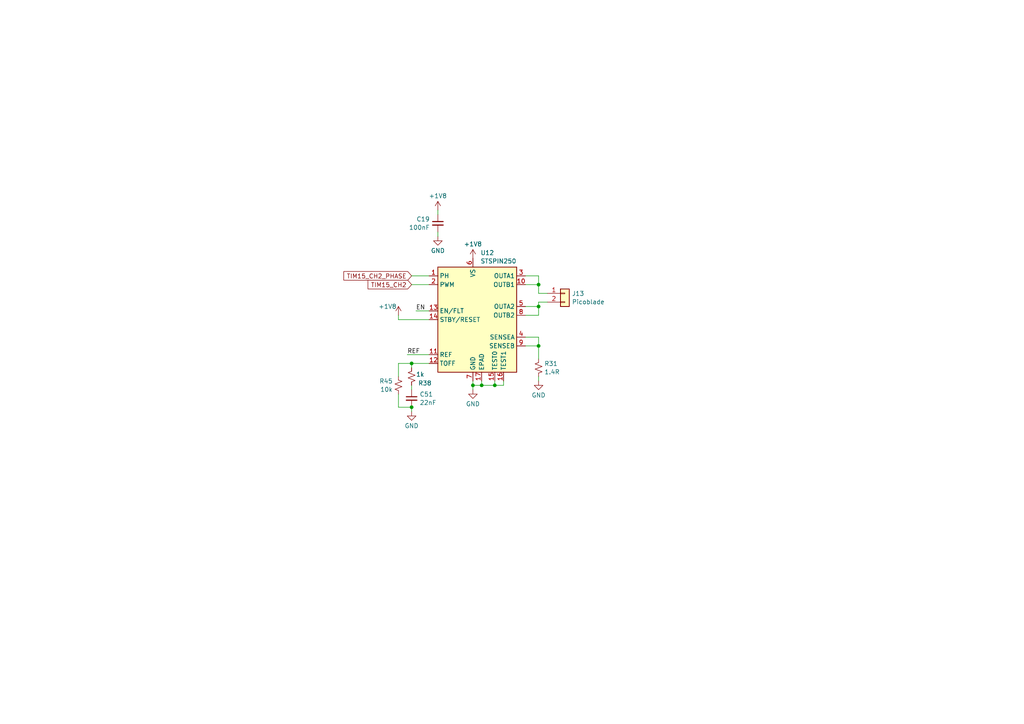
<source format=kicad_sch>
(kicad_sch (version 20230121) (generator eeschema)

  (uuid d3ae3c29-a710-4f7b-94c4-9f99cb159c5b)

  (paper "A4")

  (lib_symbols
    (symbol "Connector_Generic:Conn_01x02" (pin_names (offset 1.016) hide) (in_bom yes) (on_board yes)
      (property "Reference" "J" (at 0 2.54 0)
        (effects (font (size 1.27 1.27)))
      )
      (property "Value" "Conn_01x02" (at 0 -5.08 0)
        (effects (font (size 1.27 1.27)))
      )
      (property "Footprint" "" (at 0 0 0)
        (effects (font (size 1.27 1.27)) hide)
      )
      (property "Datasheet" "~" (at 0 0 0)
        (effects (font (size 1.27 1.27)) hide)
      )
      (property "ki_keywords" "connector" (at 0 0 0)
        (effects (font (size 1.27 1.27)) hide)
      )
      (property "ki_description" "Generic connector, single row, 01x02, script generated (kicad-library-utils/schlib/autogen/connector/)" (at 0 0 0)
        (effects (font (size 1.27 1.27)) hide)
      )
      (property "ki_fp_filters" "Connector*:*_1x??_*" (at 0 0 0)
        (effects (font (size 1.27 1.27)) hide)
      )
      (symbol "Conn_01x02_1_1"
        (rectangle (start -1.27 -2.413) (end 0 -2.667)
          (stroke (width 0.1524) (type default))
          (fill (type none))
        )
        (rectangle (start -1.27 0.127) (end 0 -0.127)
          (stroke (width 0.1524) (type default))
          (fill (type none))
        )
        (rectangle (start -1.27 1.27) (end 1.27 -3.81)
          (stroke (width 0.254) (type default))
          (fill (type background))
        )
        (pin passive line (at -5.08 0 0) (length 3.81)
          (name "Pin_1" (effects (font (size 1.27 1.27))))
          (number "1" (effects (font (size 1.27 1.27))))
        )
        (pin passive line (at -5.08 -2.54 0) (length 3.81)
          (name "Pin_2" (effects (font (size 1.27 1.27))))
          (number "2" (effects (font (size 1.27 1.27))))
        )
      )
    )
    (symbol "Device:C_Small" (pin_numbers hide) (pin_names (offset 0.254) hide) (in_bom yes) (on_board yes)
      (property "Reference" "C" (at 0.254 1.778 0)
        (effects (font (size 1.27 1.27)) (justify left))
      )
      (property "Value" "C_Small" (at 0.254 -2.032 0)
        (effects (font (size 1.27 1.27)) (justify left))
      )
      (property "Footprint" "" (at 0 0 0)
        (effects (font (size 1.27 1.27)) hide)
      )
      (property "Datasheet" "~" (at 0 0 0)
        (effects (font (size 1.27 1.27)) hide)
      )
      (property "ki_keywords" "capacitor cap" (at 0 0 0)
        (effects (font (size 1.27 1.27)) hide)
      )
      (property "ki_description" "Unpolarized capacitor, small symbol" (at 0 0 0)
        (effects (font (size 1.27 1.27)) hide)
      )
      (property "ki_fp_filters" "C_*" (at 0 0 0)
        (effects (font (size 1.27 1.27)) hide)
      )
      (symbol "C_Small_0_1"
        (polyline
          (pts
            (xy -1.524 -0.508)
            (xy 1.524 -0.508)
          )
          (stroke (width 0.3302) (type default))
          (fill (type none))
        )
        (polyline
          (pts
            (xy -1.524 0.508)
            (xy 1.524 0.508)
          )
          (stroke (width 0.3048) (type default))
          (fill (type none))
        )
      )
      (symbol "C_Small_1_1"
        (pin passive line (at 0 2.54 270) (length 2.032)
          (name "~" (effects (font (size 1.27 1.27))))
          (number "1" (effects (font (size 1.27 1.27))))
        )
        (pin passive line (at 0 -2.54 90) (length 2.032)
          (name "~" (effects (font (size 1.27 1.27))))
          (number "2" (effects (font (size 1.27 1.27))))
        )
      )
    )
    (symbol "Device:R_Small_US" (pin_numbers hide) (pin_names (offset 0.254) hide) (in_bom yes) (on_board yes)
      (property "Reference" "R" (at 0.762 0.508 0)
        (effects (font (size 1.27 1.27)) (justify left))
      )
      (property "Value" "R_Small_US" (at 0.762 -1.016 0)
        (effects (font (size 1.27 1.27)) (justify left))
      )
      (property "Footprint" "" (at 0 0 0)
        (effects (font (size 1.27 1.27)) hide)
      )
      (property "Datasheet" "~" (at 0 0 0)
        (effects (font (size 1.27 1.27)) hide)
      )
      (property "ki_keywords" "r resistor" (at 0 0 0)
        (effects (font (size 1.27 1.27)) hide)
      )
      (property "ki_description" "Resistor, small US symbol" (at 0 0 0)
        (effects (font (size 1.27 1.27)) hide)
      )
      (property "ki_fp_filters" "R_*" (at 0 0 0)
        (effects (font (size 1.27 1.27)) hide)
      )
      (symbol "R_Small_US_1_1"
        (polyline
          (pts
            (xy 0 0)
            (xy 1.016 -0.381)
            (xy 0 -0.762)
            (xy -1.016 -1.143)
            (xy 0 -1.524)
          )
          (stroke (width 0) (type default))
          (fill (type none))
        )
        (polyline
          (pts
            (xy 0 1.524)
            (xy 1.016 1.143)
            (xy 0 0.762)
            (xy -1.016 0.381)
            (xy 0 0)
          )
          (stroke (width 0) (type default))
          (fill (type none))
        )
        (pin passive line (at 0 2.54 270) (length 1.016)
          (name "~" (effects (font (size 1.27 1.27))))
          (number "1" (effects (font (size 1.27 1.27))))
        )
        (pin passive line (at 0 -2.54 90) (length 1.016)
          (name "~" (effects (font (size 1.27 1.27))))
          (number "2" (effects (font (size 1.27 1.27))))
        )
      )
    )
    (symbol "components_2:STSPIN250" (in_bom yes) (on_board yes)
      (property "Reference" "U" (at 6.35 21.59 0)
        (effects (font (size 1.27 1.27)))
      )
      (property "Value" "STSPIN250" (at 11.43 19.05 0)
        (effects (font (size 1.27 1.27)))
      )
      (property "Footprint" "" (at 0 24.13 0)
        (effects (font (size 1.27 1.27)) hide)
      )
      (property "Datasheet" "" (at 0 24.13 0)
        (effects (font (size 1.27 1.27)) hide)
      )
      (symbol "STSPIN250_0_1"
        (rectangle (start -10.16 15.24) (end 12.7 -15.24)
          (stroke (width 0.254) (type default))
          (fill (type background))
        )
      )
      (symbol "STSPIN250_1_1"
        (pin input line (at -12.7 12.7 0) (length 2.54)
          (name "PH" (effects (font (size 1.27 1.27))))
          (number "1" (effects (font (size 1.27 1.27))))
        )
        (pin power_out line (at 15.24 10.16 180) (length 2.54)
          (name "OUTB1" (effects (font (size 1.27 1.27))))
          (number "10" (effects (font (size 1.27 1.27))))
        )
        (pin input line (at -12.7 -10.16 0) (length 2.54)
          (name "REF" (effects (font (size 1.27 1.27))))
          (number "11" (effects (font (size 1.27 1.27))))
        )
        (pin input line (at -12.7 -12.7 0) (length 2.54)
          (name "TOFF" (effects (font (size 1.27 1.27))))
          (number "12" (effects (font (size 1.27 1.27))))
        )
        (pin bidirectional line (at -12.7 2.54 0) (length 2.54)
          (name "EN/FLT" (effects (font (size 1.27 1.27))))
          (number "13" (effects (font (size 1.27 1.27))))
        )
        (pin input line (at -12.7 0 0) (length 2.54)
          (name "STBY/RESET" (effects (font (size 1.27 1.27))))
          (number "14" (effects (font (size 1.27 1.27))))
        )
        (pin input line (at 6.35 -17.78 90) (length 2.54)
          (name "TEST0" (effects (font (size 1.27 1.27))))
          (number "15" (effects (font (size 1.27 1.27))))
        )
        (pin input line (at 8.89 -17.78 90) (length 2.54)
          (name "TEST1" (effects (font (size 1.27 1.27))))
          (number "16" (effects (font (size 1.27 1.27))))
        )
        (pin power_in line (at 2.54 -17.78 90) (length 2.54)
          (name "EPAD" (effects (font (size 1.27 1.27))))
          (number "17" (effects (font (size 1.27 1.27))))
        )
        (pin input line (at -12.7 10.16 0) (length 2.54)
          (name "PWM" (effects (font (size 1.27 1.27))))
          (number "2" (effects (font (size 1.27 1.27))))
        )
        (pin power_out line (at 15.24 12.7 180) (length 2.54)
          (name "OUTA1" (effects (font (size 1.27 1.27))))
          (number "3" (effects (font (size 1.27 1.27))))
        )
        (pin power_out line (at 15.24 -5.08 180) (length 2.54)
          (name "SENSEA" (effects (font (size 1.27 1.27))))
          (number "4" (effects (font (size 1.27 1.27))))
        )
        (pin power_out line (at 15.24 3.81 180) (length 2.54)
          (name "OUTA2" (effects (font (size 1.27 1.27))))
          (number "5" (effects (font (size 1.27 1.27))))
        )
        (pin power_in line (at 0 17.78 270) (length 2.54)
          (name "VS" (effects (font (size 1.27 1.27))))
          (number "6" (effects (font (size 1.27 1.27))))
        )
        (pin power_in line (at 0 -17.78 90) (length 2.54)
          (name "GND" (effects (font (size 1.27 1.27))))
          (number "7" (effects (font (size 1.27 1.27))))
        )
        (pin power_out line (at 15.24 1.27 180) (length 2.54)
          (name "OUTB2" (effects (font (size 1.27 1.27))))
          (number "8" (effects (font (size 1.27 1.27))))
        )
        (pin power_out line (at 15.24 -7.62 180) (length 2.54)
          (name "SENSEB" (effects (font (size 1.27 1.27))))
          (number "9" (effects (font (size 1.27 1.27))))
        )
      )
    )
    (symbol "power:+1V8" (power) (pin_names (offset 0)) (in_bom yes) (on_board yes)
      (property "Reference" "#PWR" (at 0 -3.81 0)
        (effects (font (size 1.27 1.27)) hide)
      )
      (property "Value" "+1V8" (at 0 3.556 0)
        (effects (font (size 1.27 1.27)))
      )
      (property "Footprint" "" (at 0 0 0)
        (effects (font (size 1.27 1.27)) hide)
      )
      (property "Datasheet" "" (at 0 0 0)
        (effects (font (size 1.27 1.27)) hide)
      )
      (property "ki_keywords" "global power" (at 0 0 0)
        (effects (font (size 1.27 1.27)) hide)
      )
      (property "ki_description" "Power symbol creates a global label with name \"+1V8\"" (at 0 0 0)
        (effects (font (size 1.27 1.27)) hide)
      )
      (symbol "+1V8_0_1"
        (polyline
          (pts
            (xy -0.762 1.27)
            (xy 0 2.54)
          )
          (stroke (width 0) (type default))
          (fill (type none))
        )
        (polyline
          (pts
            (xy 0 0)
            (xy 0 2.54)
          )
          (stroke (width 0) (type default))
          (fill (type none))
        )
        (polyline
          (pts
            (xy 0 2.54)
            (xy 0.762 1.27)
          )
          (stroke (width 0) (type default))
          (fill (type none))
        )
      )
      (symbol "+1V8_1_1"
        (pin power_in line (at 0 0 90) (length 0) hide
          (name "+1V8" (effects (font (size 1.27 1.27))))
          (number "1" (effects (font (size 1.27 1.27))))
        )
      )
    )
    (symbol "power:GND" (power) (pin_names (offset 0)) (in_bom yes) (on_board yes)
      (property "Reference" "#PWR" (at 0 -6.35 0)
        (effects (font (size 1.27 1.27)) hide)
      )
      (property "Value" "GND" (at 0 -3.81 0)
        (effects (font (size 1.27 1.27)))
      )
      (property "Footprint" "" (at 0 0 0)
        (effects (font (size 1.27 1.27)) hide)
      )
      (property "Datasheet" "" (at 0 0 0)
        (effects (font (size 1.27 1.27)) hide)
      )
      (property "ki_keywords" "global power" (at 0 0 0)
        (effects (font (size 1.27 1.27)) hide)
      )
      (property "ki_description" "Power symbol creates a global label with name \"GND\" , ground" (at 0 0 0)
        (effects (font (size 1.27 1.27)) hide)
      )
      (symbol "GND_0_1"
        (polyline
          (pts
            (xy 0 0)
            (xy 0 -1.27)
            (xy 1.27 -1.27)
            (xy 0 -2.54)
            (xy -1.27 -1.27)
            (xy 0 -1.27)
          )
          (stroke (width 0) (type default))
          (fill (type none))
        )
      )
      (symbol "GND_1_1"
        (pin power_in line (at 0 0 270) (length 0) hide
          (name "GND" (effects (font (size 1.27 1.27))))
          (number "1" (effects (font (size 1.27 1.27))))
        )
      )
    )
  )

  (junction (at 156.21 88.9) (diameter 0) (color 0 0 0 0)
    (uuid 434cb4db-e008-497a-ac75-29356549856d)
  )
  (junction (at 156.21 82.55) (diameter 0) (color 0 0 0 0)
    (uuid 73c65292-b353-4b6d-8478-edeff7afb8c7)
  )
  (junction (at 119.38 118.11) (diameter 0) (color 0 0 0 0)
    (uuid 94b6b8c9-8047-4795-9a9c-fb7cd95c839f)
  )
  (junction (at 156.21 100.33) (diameter 0) (color 0 0 0 0)
    (uuid a7a6fb4e-42d6-42a7-bbf0-d6c88e0348fa)
  )
  (junction (at 143.51 111.76) (diameter 0) (color 0 0 0 0)
    (uuid b3b1cf1f-3840-4d7e-9047-79997c3d87d6)
  )
  (junction (at 137.16 111.76) (diameter 0) (color 0 0 0 0)
    (uuid cbccabf5-514d-4f33-a5e2-8afd2e5196d0)
  )
  (junction (at 119.38 105.41) (diameter 0) (color 0 0 0 0)
    (uuid e8e8b19e-38ee-46f6-abe7-2eb9415a0c45)
  )
  (junction (at 139.7 111.76) (diameter 0) (color 0 0 0 0)
    (uuid ef668624-f822-4384-8bde-da48dda47b2b)
  )

  (wire (pts (xy 158.75 87.63) (xy 156.21 87.63))
    (stroke (width 0) (type default))
    (uuid 03cd1acd-860c-41b6-a0cf-6e5051d36e0a)
  )
  (wire (pts (xy 119.38 119.38) (xy 119.38 118.11))
    (stroke (width 0) (type default))
    (uuid 0b449ecc-9c82-4820-8698-d2d4d1a6b484)
  )
  (wire (pts (xy 152.4 91.44) (xy 156.21 91.44))
    (stroke (width 0) (type default))
    (uuid 0eadbab4-a729-4a40-b7f8-df60fec4a64f)
  )
  (wire (pts (xy 115.57 92.71) (xy 124.46 92.71))
    (stroke (width 0) (type default))
    (uuid 0f466d35-9b0b-4ceb-b8cd-ea19adb3e898)
  )
  (wire (pts (xy 143.51 111.76) (xy 143.51 110.49))
    (stroke (width 0) (type default))
    (uuid 19da91f9-6a5f-48be-9fcf-aa2467619f8e)
  )
  (wire (pts (xy 156.21 100.33) (xy 156.21 104.14))
    (stroke (width 0) (type default))
    (uuid 1b9f4e11-f494-4182-b389-bc772a267783)
  )
  (wire (pts (xy 115.57 105.41) (xy 119.38 105.41))
    (stroke (width 0) (type default))
    (uuid 20724527-7776-4670-b0cc-9f7d650e952e)
  )
  (wire (pts (xy 156.21 97.79) (xy 156.21 100.33))
    (stroke (width 0) (type default))
    (uuid 23522f3e-82c7-4660-bf36-698bed9ff747)
  )
  (wire (pts (xy 115.57 105.41) (xy 115.57 109.22))
    (stroke (width 0) (type default))
    (uuid 266f7f8c-85f0-4bfc-ac14-3e43d1278dbb)
  )
  (wire (pts (xy 118.11 102.87) (xy 124.46 102.87))
    (stroke (width 0) (type default))
    (uuid 281cc014-5e66-4632-bf75-9540f4ceba37)
  )
  (wire (pts (xy 139.7 111.76) (xy 143.51 111.76))
    (stroke (width 0) (type default))
    (uuid 2c7a6d3a-27d4-47e9-a4c8-a2f54c3346dd)
  )
  (wire (pts (xy 115.57 91.44) (xy 115.57 92.71))
    (stroke (width 0) (type default))
    (uuid 2e373b68-696b-43be-8c67-9f63ce48e298)
  )
  (wire (pts (xy 119.38 111.76) (xy 119.38 113.03))
    (stroke (width 0) (type default))
    (uuid 2e7aa4f7-2f59-45c0-9c9e-df1fa5d386ac)
  )
  (wire (pts (xy 119.38 80.01) (xy 124.46 80.01))
    (stroke (width 0) (type default))
    (uuid 3d535ea5-f5fa-4d75-ae96-ac60a2ce4f0b)
  )
  (wire (pts (xy 156.21 88.9) (xy 156.21 91.44))
    (stroke (width 0) (type default))
    (uuid 445ea813-6607-4352-8695-0473fe659a8a)
  )
  (wire (pts (xy 137.16 111.76) (xy 137.16 113.03))
    (stroke (width 0) (type default))
    (uuid 45a19862-9131-4617-be6d-7f257a3c5054)
  )
  (wire (pts (xy 139.7 111.76) (xy 139.7 110.49))
    (stroke (width 0) (type default))
    (uuid 487c0dd1-8201-4f33-b8f2-393144b038f8)
  )
  (wire (pts (xy 146.05 111.76) (xy 146.05 110.49))
    (stroke (width 0) (type default))
    (uuid 4ce01599-ccbc-4594-b42d-d099858787a8)
  )
  (wire (pts (xy 137.16 110.49) (xy 137.16 111.76))
    (stroke (width 0) (type default))
    (uuid 603a7429-cd78-4607-ab5d-caf3dfa7385e)
  )
  (wire (pts (xy 156.21 85.09) (xy 158.75 85.09))
    (stroke (width 0) (type default))
    (uuid 6d3e1bae-fd32-4e05-b28b-78396ec183c2)
  )
  (wire (pts (xy 127 67.31) (xy 127 68.58))
    (stroke (width 0) (type default))
    (uuid 78851fe2-9688-4dbc-9a81-e27ce981c1f3)
  )
  (wire (pts (xy 119.38 82.55) (xy 124.46 82.55))
    (stroke (width 0) (type default))
    (uuid 79d8c11c-d5d9-4385-8e4d-090d08022141)
  )
  (wire (pts (xy 156.21 82.55) (xy 156.21 85.09))
    (stroke (width 0) (type default))
    (uuid 815d45b0-8540-4fa8-8a69-4ab3476e3638)
  )
  (wire (pts (xy 152.4 82.55) (xy 156.21 82.55))
    (stroke (width 0) (type default))
    (uuid 911ea3c5-c522-48e4-b8b7-ffe02eb55a93)
  )
  (wire (pts (xy 143.51 111.76) (xy 146.05 111.76))
    (stroke (width 0) (type default))
    (uuid 91d6b792-46f7-47f9-91e4-44f1397bc96d)
  )
  (wire (pts (xy 152.4 97.79) (xy 156.21 97.79))
    (stroke (width 0) (type default))
    (uuid a13d80eb-dd9f-4a70-b224-482e1c96e3df)
  )
  (wire (pts (xy 156.21 88.9) (xy 152.4 88.9))
    (stroke (width 0) (type default))
    (uuid a660deba-e634-41a5-9be9-1acdd54ca362)
  )
  (wire (pts (xy 152.4 100.33) (xy 156.21 100.33))
    (stroke (width 0) (type default))
    (uuid b7184f51-76fc-4818-af53-3af825e81bd1)
  )
  (wire (pts (xy 115.57 118.11) (xy 119.38 118.11))
    (stroke (width 0) (type default))
    (uuid c318da2f-fddf-4636-993e-5bc7cca1beac)
  )
  (wire (pts (xy 156.21 80.01) (xy 156.21 82.55))
    (stroke (width 0) (type default))
    (uuid df2ba190-63ee-43e9-80ec-603bc7b1877f)
  )
  (wire (pts (xy 137.16 111.76) (xy 139.7 111.76))
    (stroke (width 0) (type default))
    (uuid e3059f48-6eba-4772-a1e5-7160201bb03c)
  )
  (wire (pts (xy 120.65 90.17) (xy 124.46 90.17))
    (stroke (width 0) (type default))
    (uuid e9a31b84-fa76-47dc-b181-4530f0359c14)
  )
  (wire (pts (xy 156.21 109.22) (xy 156.21 110.49))
    (stroke (width 0) (type default))
    (uuid eb020714-22ff-400a-b95c-78631cd48784)
  )
  (wire (pts (xy 119.38 105.41) (xy 119.38 106.68))
    (stroke (width 0) (type default))
    (uuid f1eb8655-58c5-4a22-8f79-c4cc1f1bf9d1)
  )
  (wire (pts (xy 127 60.96) (xy 127 62.23))
    (stroke (width 0) (type default))
    (uuid f720122c-4380-418b-9614-9675d2e484e4)
  )
  (wire (pts (xy 115.57 114.3) (xy 115.57 118.11))
    (stroke (width 0) (type default))
    (uuid f7316a7e-2476-4819-8fb7-96fb7a77e1e5)
  )
  (wire (pts (xy 119.38 105.41) (xy 124.46 105.41))
    (stroke (width 0) (type default))
    (uuid f7a28afd-0294-4a52-a35d-87b0cb052b0f)
  )
  (wire (pts (xy 156.21 87.63) (xy 156.21 88.9))
    (stroke (width 0) (type default))
    (uuid fd07932c-b6c9-4dc1-bdde-48111e3bddea)
  )
  (wire (pts (xy 152.4 80.01) (xy 156.21 80.01))
    (stroke (width 0) (type default))
    (uuid fd3999ed-52e0-460b-b2ea-b4287d468792)
  )

  (label "REF" (at 118.11 102.87 0) (fields_autoplaced)
    (effects (font (size 1.27 1.27)) (justify left bottom))
    (uuid 628b10f0-1978-4e01-9101-0252ddf2d5a9)
  )
  (label "EN" (at 120.65 90.17 0) (fields_autoplaced)
    (effects (font (size 1.27 1.27)) (justify left bottom))
    (uuid cc3ae181-a2dc-4730-89a8-d239b9afe088)
  )

  (global_label "TIM15_CH2" (shape input) (at 119.38 82.55 180) (fields_autoplaced)
    (effects (font (size 1.27 1.27)) (justify right))
    (uuid 0cf43bab-3839-4c77-93db-cb9dffd7d1db)
    (property "Intersheetrefs" "${INTERSHEET_REFS}" (at 106.1744 82.55 0)
      (effects (font (size 1.27 1.27)) (justify right) hide)
    )
  )
  (global_label "TIM15_CH2_PHASE" (shape input) (at 119.38 80.01 180) (fields_autoplaced)
    (effects (font (size 1.27 1.27)) (justify right))
    (uuid f0a306dd-0a12-4ee3-ba86-3a2c672d2d5e)
    (property "Intersheetrefs" "${INTERSHEET_REFS}" (at 99.1592 80.01 0)
      (effects (font (size 1.27 1.27)) (justify right) hide)
    )
  )

  (symbol (lib_id "components_2:STSPIN250") (at 137.16 92.71 0) (unit 1)
    (in_bom yes) (on_board yes) (dnp no) (fields_autoplaced)
    (uuid 19eeca92-6ca8-4a31-b672-8fde65669788)
    (property "Reference" "U12" (at 139.3541 73.3257 0)
      (effects (font (size 1.27 1.27)) (justify left))
    )
    (property "Value" "STSPIN250" (at 139.3541 75.7499 0)
      (effects (font (size 1.27 1.27)) (justify left))
    )
    (property "Footprint" "Ultra_librarian:VFQFPN16_STSPIN_STM" (at 137.16 68.58 0)
      (effects (font (size 1.27 1.27)) hide)
    )
    (property "Datasheet" "" (at 137.16 68.58 0)
      (effects (font (size 1.27 1.27)) hide)
    )
    (property "LCSC" "C155561" (at 137.16 92.71 0)
      (effects (font (size 1.27 1.27)) hide)
    )
    (pin "1" (uuid e46c6c14-ad89-41e7-8adc-19629b9363a5))
    (pin "10" (uuid 97811da0-6c20-4a56-8acc-ede948d652a4))
    (pin "11" (uuid 6cd8da83-5e41-42b5-9795-1502d753ce59))
    (pin "12" (uuid 5072d2bc-849c-45b0-86a6-f246efd8c396))
    (pin "13" (uuid 4e2c5edb-598c-4673-981e-bcf1a29386c7))
    (pin "14" (uuid ed236e16-818c-40c0-8947-e853eeccb1af))
    (pin "15" (uuid 027bc0af-25d8-4ee4-b50a-e4daa7fb83c4))
    (pin "16" (uuid 1f78152d-2d05-4851-8d13-4c6d33a2c056))
    (pin "17" (uuid 2a41c778-4014-4d8b-a467-265f45364098))
    (pin "2" (uuid d0ed151e-5bd0-4e9e-9f18-83566a9c2c95))
    (pin "3" (uuid e5cded07-f179-4277-acae-df617063fae1))
    (pin "4" (uuid 7dcbdaa4-9ce3-441b-bc2b-1453d2e23489))
    (pin "5" (uuid 73c7dc44-4717-45ba-9c72-8d83ddba3050))
    (pin "6" (uuid b625d927-c8b1-4d35-b443-f77956de00b2))
    (pin "7" (uuid fac90f5f-7773-4d00-a29d-cf122037bab4))
    (pin "8" (uuid a5d3c886-c924-40c6-89f2-10d7a9adb180))
    (pin "9" (uuid 917c6d82-403f-49be-8bb7-e6186ace1d0d))
    (instances
      (project "KASM_PCB_REV1"
        (path "/bcd76057-59fd-41c5-bb52-9bafb2ef74e0/04e958db-aa3d-41e7-905b-1283accbf3a5"
          (reference "U12") (unit 1)
        )
        (path "/bcd76057-59fd-41c5-bb52-9bafb2ef74e0/04e958db-aa3d-41e7-905b-1283accbf3a5/18dc00ae-3159-4780-b672-12977f79e5ac"
          (reference "U5") (unit 1)
        )
        (path "/bcd76057-59fd-41c5-bb52-9bafb2ef74e0/04e958db-aa3d-41e7-905b-1283accbf3a5/0e4a8bf2-0dd0-4daf-93f5-21aaab6e9079"
          (reference "U12") (unit 1)
        )
        (path "/bcd76057-59fd-41c5-bb52-9bafb2ef74e0/04e958db-aa3d-41e7-905b-1283accbf3a5/fa3e3175-0ec2-4c23-918b-18b69f6d22c9"
          (reference "U7") (unit 1)
        )
        (path "/bcd76057-59fd-41c5-bb52-9bafb2ef74e0/04e958db-aa3d-41e7-905b-1283accbf3a5/5eb57887-e81e-4477-9dd7-7aacc0de0d0b"
          (reference "U34") (unit 1)
        )
        (path "/bcd76057-59fd-41c5-bb52-9bafb2ef74e0/04e958db-aa3d-41e7-905b-1283accbf3a5/e0928f68-e618-4bed-a90d-d4217e4537fe"
          (reference "U35") (unit 1)
        )
        (path "/bcd76057-59fd-41c5-bb52-9bafb2ef74e0/04e958db-aa3d-41e7-905b-1283accbf3a5/035548b8-a31f-4ce4-88ad-eb25e49c8086"
          (reference "U36") (unit 1)
        )
        (path "/bcd76057-59fd-41c5-bb52-9bafb2ef74e0/04e958db-aa3d-41e7-905b-1283accbf3a5/ea7abcee-3bcc-4e0d-ba1f-bfc5afeaff56"
          (reference "U37") (unit 1)
        )
        (path "/bcd76057-59fd-41c5-bb52-9bafb2ef74e0/04e958db-aa3d-41e7-905b-1283accbf3a5/d43b2610-0e88-49f5-accf-91021c3a3747"
          (reference "U38") (unit 1)
        )
        (path "/bcd76057-59fd-41c5-bb52-9bafb2ef74e0/04e958db-aa3d-41e7-905b-1283accbf3a5/183aa310-3222-4137-baac-257f5699b820"
          (reference "U39") (unit 1)
        )
        (path "/bcd76057-59fd-41c5-bb52-9bafb2ef74e0/04e958db-aa3d-41e7-905b-1283accbf3a5/517c7ed0-094c-4bf8-893e-b74da427973a"
          (reference "U40") (unit 1)
        )
        (path "/bcd76057-59fd-41c5-bb52-9bafb2ef74e0/04e958db-aa3d-41e7-905b-1283accbf3a5/31bee4a8-b94d-44ab-a7b7-0e5ab7943934"
          (reference "U41") (unit 1)
        )
        (path "/bcd76057-59fd-41c5-bb52-9bafb2ef74e0/04e958db-aa3d-41e7-905b-1283accbf3a5/3c7f0f67-84e4-46e0-ae69-a3c8008fc518"
          (reference "U42") (unit 1)
        )
        (path "/bcd76057-59fd-41c5-bb52-9bafb2ef74e0/04e958db-aa3d-41e7-905b-1283accbf3a5/09624144-9abc-4214-b8b3-19be92fa01bb"
          (reference "U43") (unit 1)
        )
        (path "/bcd76057-59fd-41c5-bb52-9bafb2ef74e0/04e958db-aa3d-41e7-905b-1283accbf3a5/debcf873-ffd9-4218-a838-354e10f40114"
          (reference "U44") (unit 1)
        )
        (path "/bcd76057-59fd-41c5-bb52-9bafb2ef74e0/04e958db-aa3d-41e7-905b-1283accbf3a5/f3d20732-cdac-44e3-a331-3cd31b97ff57"
          (reference "U45") (unit 1)
        )
        (path "/bcd76057-59fd-41c5-bb52-9bafb2ef74e0/04e958db-aa3d-41e7-905b-1283accbf3a5/d282b751-7721-4014-b2b7-469980c2fd3d"
          (reference "U46") (unit 1)
        )
        (path "/bcd76057-59fd-41c5-bb52-9bafb2ef74e0/04e958db-aa3d-41e7-905b-1283accbf3a5/2f342150-1aa1-4808-811e-c8652a7360ed"
          (reference "U47") (unit 1)
        )
        (path "/bcd76057-59fd-41c5-bb52-9bafb2ef74e0/04e958db-aa3d-41e7-905b-1283accbf3a5/880b3b36-85e8-4c3c-aa09-491ac2842d9f"
          (reference "U48") (unit 1)
        )
        (path "/bcd76057-59fd-41c5-bb52-9bafb2ef74e0/04e958db-aa3d-41e7-905b-1283accbf3a5/fb97f32a-344e-42d0-80a3-2f30f649c95b"
          (reference "U50") (unit 1)
        )
        (path "/bcd76057-59fd-41c5-bb52-9bafb2ef74e0/04e958db-aa3d-41e7-905b-1283accbf3a5/758d2951-640e-4c88-be12-1a100eb086a5"
          (reference "U51") (unit 1)
        )
        (path "/bcd76057-59fd-41c5-bb52-9bafb2ef74e0/04e958db-aa3d-41e7-905b-1283accbf3a5/1e6d7f69-4122-453e-9254-d2339f5150d7"
          (reference "U52") (unit 1)
        )
        (path "/bcd76057-59fd-41c5-bb52-9bafb2ef74e0/04e958db-aa3d-41e7-905b-1283accbf3a5/cc8e9e82-b38f-4c96-81d0-3ca8ac77f771"
          (reference "U53") (unit 1)
        )
        (path "/bcd76057-59fd-41c5-bb52-9bafb2ef74e0/04e958db-aa3d-41e7-905b-1283accbf3a5/b1894ed9-6a63-4439-a2e8-1827c3e49ee7"
          (reference "U54") (unit 1)
        )
        (path "/bcd76057-59fd-41c5-bb52-9bafb2ef74e0/04e958db-aa3d-41e7-905b-1283accbf3a5/a49d49c7-da1f-4137-a620-bdc9f58595d1"
          (reference "U55") (unit 1)
        )
        (path "/bcd76057-59fd-41c5-bb52-9bafb2ef74e0/04e958db-aa3d-41e7-905b-1283accbf3a5/80cd4e08-0efe-488f-8e92-54beb1b4d1f2"
          (reference "U56") (unit 1)
        )
        (path "/bcd76057-59fd-41c5-bb52-9bafb2ef74e0/04e958db-aa3d-41e7-905b-1283accbf3a5/317da025-5f62-4c93-8d06-7954e608af1c"
          (reference "U57") (unit 1)
        )
        (path "/bcd76057-59fd-41c5-bb52-9bafb2ef74e0/04e958db-aa3d-41e7-905b-1283accbf3a5/a00a6dc6-5da7-4e1f-b4ec-6af8efc204f4"
          (reference "U49") (unit 1)
        )
      )
    )
  )

  (symbol (lib_id "power:GND") (at 119.38 119.38 0) (unit 1)
    (in_bom yes) (on_board yes) (dnp no)
    (uuid 1b560aea-f1d1-4242-9055-9226e0b1f112)
    (property "Reference" "#PWR0113" (at 119.38 125.73 0)
      (effects (font (size 1.27 1.27)) hide)
    )
    (property "Value" "GND" (at 119.38 123.5131 0)
      (effects (font (size 1.27 1.27)))
    )
    (property "Footprint" "" (at 119.38 119.38 0)
      (effects (font (size 1.27 1.27)) hide)
    )
    (property "Datasheet" "" (at 119.38 119.38 0)
      (effects (font (size 1.27 1.27)) hide)
    )
    (pin "1" (uuid 4637a27a-c5c6-4311-b6dc-3fecae4bd51a))
    (instances
      (project "KASM_PCB_REV1"
        (path "/bcd76057-59fd-41c5-bb52-9bafb2ef74e0/04e958db-aa3d-41e7-905b-1283accbf3a5"
          (reference "#PWR0113") (unit 1)
        )
        (path "/bcd76057-59fd-41c5-bb52-9bafb2ef74e0/04e958db-aa3d-41e7-905b-1283accbf3a5/18dc00ae-3159-4780-b672-12977f79e5ac"
          (reference "#PWR0106") (unit 1)
        )
        (path "/bcd76057-59fd-41c5-bb52-9bafb2ef74e0/04e958db-aa3d-41e7-905b-1283accbf3a5/0e4a8bf2-0dd0-4daf-93f5-21aaab6e9079"
          (reference "#PWR0262") (unit 1)
        )
        (path "/bcd76057-59fd-41c5-bb52-9bafb2ef74e0/04e958db-aa3d-41e7-905b-1283accbf3a5/fa3e3175-0ec2-4c23-918b-18b69f6d22c9"
          (reference "#PWR0108") (unit 1)
        )
        (path "/bcd76057-59fd-41c5-bb52-9bafb2ef74e0/04e958db-aa3d-41e7-905b-1283accbf3a5/5eb57887-e81e-4477-9dd7-7aacc0de0d0b"
          (reference "#PWR0269") (unit 1)
        )
        (path "/bcd76057-59fd-41c5-bb52-9bafb2ef74e0/04e958db-aa3d-41e7-905b-1283accbf3a5/e0928f68-e618-4bed-a90d-d4217e4537fe"
          (reference "#PWR0276") (unit 1)
        )
        (path "/bcd76057-59fd-41c5-bb52-9bafb2ef74e0/04e958db-aa3d-41e7-905b-1283accbf3a5/035548b8-a31f-4ce4-88ad-eb25e49c8086"
          (reference "#PWR0283") (unit 1)
        )
        (path "/bcd76057-59fd-41c5-bb52-9bafb2ef74e0/04e958db-aa3d-41e7-905b-1283accbf3a5/ea7abcee-3bcc-4e0d-ba1f-bfc5afeaff56"
          (reference "#PWR0290") (unit 1)
        )
        (path "/bcd76057-59fd-41c5-bb52-9bafb2ef74e0/04e958db-aa3d-41e7-905b-1283accbf3a5/d43b2610-0e88-49f5-accf-91021c3a3747"
          (reference "#PWR0297") (unit 1)
        )
        (path "/bcd76057-59fd-41c5-bb52-9bafb2ef74e0/04e958db-aa3d-41e7-905b-1283accbf3a5/183aa310-3222-4137-baac-257f5699b820"
          (reference "#PWR0304") (unit 1)
        )
        (path "/bcd76057-59fd-41c5-bb52-9bafb2ef74e0/04e958db-aa3d-41e7-905b-1283accbf3a5/517c7ed0-094c-4bf8-893e-b74da427973a"
          (reference "#PWR0311") (unit 1)
        )
        (path "/bcd76057-59fd-41c5-bb52-9bafb2ef74e0/04e958db-aa3d-41e7-905b-1283accbf3a5/31bee4a8-b94d-44ab-a7b7-0e5ab7943934"
          (reference "#PWR0318") (unit 1)
        )
        (path "/bcd76057-59fd-41c5-bb52-9bafb2ef74e0/04e958db-aa3d-41e7-905b-1283accbf3a5/3c7f0f67-84e4-46e0-ae69-a3c8008fc518"
          (reference "#PWR0325") (unit 1)
        )
        (path "/bcd76057-59fd-41c5-bb52-9bafb2ef74e0/04e958db-aa3d-41e7-905b-1283accbf3a5/09624144-9abc-4214-b8b3-19be92fa01bb"
          (reference "#PWR0332") (unit 1)
        )
        (path "/bcd76057-59fd-41c5-bb52-9bafb2ef74e0/04e958db-aa3d-41e7-905b-1283accbf3a5/debcf873-ffd9-4218-a838-354e10f40114"
          (reference "#PWR0339") (unit 1)
        )
        (path "/bcd76057-59fd-41c5-bb52-9bafb2ef74e0/04e958db-aa3d-41e7-905b-1283accbf3a5/f3d20732-cdac-44e3-a331-3cd31b97ff57"
          (reference "#PWR0346") (unit 1)
        )
        (path "/bcd76057-59fd-41c5-bb52-9bafb2ef74e0/04e958db-aa3d-41e7-905b-1283accbf3a5/d282b751-7721-4014-b2b7-469980c2fd3d"
          (reference "#PWR0353") (unit 1)
        )
        (path "/bcd76057-59fd-41c5-bb52-9bafb2ef74e0/04e958db-aa3d-41e7-905b-1283accbf3a5/2f342150-1aa1-4808-811e-c8652a7360ed"
          (reference "#PWR0360") (unit 1)
        )
        (path "/bcd76057-59fd-41c5-bb52-9bafb2ef74e0/04e958db-aa3d-41e7-905b-1283accbf3a5/880b3b36-85e8-4c3c-aa09-491ac2842d9f"
          (reference "#PWR0367") (unit 1)
        )
        (path "/bcd76057-59fd-41c5-bb52-9bafb2ef74e0/04e958db-aa3d-41e7-905b-1283accbf3a5/fb97f32a-344e-42d0-80a3-2f30f649c95b"
          (reference "#PWR0381") (unit 1)
        )
        (path "/bcd76057-59fd-41c5-bb52-9bafb2ef74e0/04e958db-aa3d-41e7-905b-1283accbf3a5/758d2951-640e-4c88-be12-1a100eb086a5"
          (reference "#PWR0388") (unit 1)
        )
        (path "/bcd76057-59fd-41c5-bb52-9bafb2ef74e0/04e958db-aa3d-41e7-905b-1283accbf3a5/1e6d7f69-4122-453e-9254-d2339f5150d7"
          (reference "#PWR0395") (unit 1)
        )
        (path "/bcd76057-59fd-41c5-bb52-9bafb2ef74e0/04e958db-aa3d-41e7-905b-1283accbf3a5/cc8e9e82-b38f-4c96-81d0-3ca8ac77f771"
          (reference "#PWR0402") (unit 1)
        )
        (path "/bcd76057-59fd-41c5-bb52-9bafb2ef74e0/04e958db-aa3d-41e7-905b-1283accbf3a5/b1894ed9-6a63-4439-a2e8-1827c3e49ee7"
          (reference "#PWR0409") (unit 1)
        )
        (path "/bcd76057-59fd-41c5-bb52-9bafb2ef74e0/04e958db-aa3d-41e7-905b-1283accbf3a5/a49d49c7-da1f-4137-a620-bdc9f58595d1"
          (reference "#PWR0416") (unit 1)
        )
        (path "/bcd76057-59fd-41c5-bb52-9bafb2ef74e0/04e958db-aa3d-41e7-905b-1283accbf3a5/80cd4e08-0efe-488f-8e92-54beb1b4d1f2"
          (reference "#PWR0423") (unit 1)
        )
        (path "/bcd76057-59fd-41c5-bb52-9bafb2ef74e0/04e958db-aa3d-41e7-905b-1283accbf3a5/317da025-5f62-4c93-8d06-7954e608af1c"
          (reference "#PWR0430") (unit 1)
        )
        (path "/bcd76057-59fd-41c5-bb52-9bafb2ef74e0/04e958db-aa3d-41e7-905b-1283accbf3a5/a00a6dc6-5da7-4e1f-b4ec-6af8efc204f4"
          (reference "#PWR0374") (unit 1)
        )
      )
    )
  )

  (symbol (lib_id "Device:R_Small_US") (at 115.57 111.76 0) (unit 1)
    (in_bom yes) (on_board yes) (dnp no)
    (uuid 1c0f638b-f20f-4b2e-b1b4-83a656ba64a2)
    (property "Reference" "R45" (at 113.919 110.5479 0)
      (effects (font (size 1.27 1.27)) (justify right))
    )
    (property "Value" "10k" (at 113.919 112.9721 0)
      (effects (font (size 1.27 1.27)) (justify right))
    )
    (property "Footprint" "Resistor_SMD:R_0402_1005Metric" (at 115.57 111.76 0)
      (effects (font (size 1.27 1.27)) hide)
    )
    (property "Datasheet" "~" (at 115.57 111.76 0)
      (effects (font (size 1.27 1.27)) hide)
    )
    (property "LCSC" "C25744" (at 115.57 111.76 0)
      (effects (font (size 1.27 1.27)) hide)
    )
    (pin "1" (uuid 32b177db-daf9-4a6b-9c8f-4c4a6aa2c23e))
    (pin "2" (uuid 07fe93d4-1469-4ba6-a4b1-0eeff5425a0e))
    (instances
      (project "KASM_PCB_REV1"
        (path "/bcd76057-59fd-41c5-bb52-9bafb2ef74e0/04e958db-aa3d-41e7-905b-1283accbf3a5"
          (reference "R45") (unit 1)
        )
        (path "/bcd76057-59fd-41c5-bb52-9bafb2ef74e0/04e958db-aa3d-41e7-905b-1283accbf3a5/18dc00ae-3159-4780-b672-12977f79e5ac"
          (reference "R45") (unit 1)
        )
        (path "/bcd76057-59fd-41c5-bb52-9bafb2ef74e0/04e958db-aa3d-41e7-905b-1283accbf3a5/0e4a8bf2-0dd0-4daf-93f5-21aaab6e9079"
          (reference "R110") (unit 1)
        )
        (path "/bcd76057-59fd-41c5-bb52-9bafb2ef74e0/04e958db-aa3d-41e7-905b-1283accbf3a5/fa3e3175-0ec2-4c23-918b-18b69f6d22c9"
          (reference "R40") (unit 1)
        )
        (path "/bcd76057-59fd-41c5-bb52-9bafb2ef74e0/04e958db-aa3d-41e7-905b-1283accbf3a5/5eb57887-e81e-4477-9dd7-7aacc0de0d0b"
          (reference "R113") (unit 1)
        )
        (path "/bcd76057-59fd-41c5-bb52-9bafb2ef74e0/04e958db-aa3d-41e7-905b-1283accbf3a5/e0928f68-e618-4bed-a90d-d4217e4537fe"
          (reference "R116") (unit 1)
        )
        (path "/bcd76057-59fd-41c5-bb52-9bafb2ef74e0/04e958db-aa3d-41e7-905b-1283accbf3a5/035548b8-a31f-4ce4-88ad-eb25e49c8086"
          (reference "R119") (unit 1)
        )
        (path "/bcd76057-59fd-41c5-bb52-9bafb2ef74e0/04e958db-aa3d-41e7-905b-1283accbf3a5/ea7abcee-3bcc-4e0d-ba1f-bfc5afeaff56"
          (reference "R122") (unit 1)
        )
        (path "/bcd76057-59fd-41c5-bb52-9bafb2ef74e0/04e958db-aa3d-41e7-905b-1283accbf3a5/d43b2610-0e88-49f5-accf-91021c3a3747"
          (reference "R125") (unit 1)
        )
        (path "/bcd76057-59fd-41c5-bb52-9bafb2ef74e0/04e958db-aa3d-41e7-905b-1283accbf3a5/183aa310-3222-4137-baac-257f5699b820"
          (reference "R128") (unit 1)
        )
        (path "/bcd76057-59fd-41c5-bb52-9bafb2ef74e0/04e958db-aa3d-41e7-905b-1283accbf3a5/517c7ed0-094c-4bf8-893e-b74da427973a"
          (reference "R131") (unit 1)
        )
        (path "/bcd76057-59fd-41c5-bb52-9bafb2ef74e0/04e958db-aa3d-41e7-905b-1283accbf3a5/31bee4a8-b94d-44ab-a7b7-0e5ab7943934"
          (reference "R134") (unit 1)
        )
        (path "/bcd76057-59fd-41c5-bb52-9bafb2ef74e0/04e958db-aa3d-41e7-905b-1283accbf3a5/3c7f0f67-84e4-46e0-ae69-a3c8008fc518"
          (reference "R137") (unit 1)
        )
        (path "/bcd76057-59fd-41c5-bb52-9bafb2ef74e0/04e958db-aa3d-41e7-905b-1283accbf3a5/09624144-9abc-4214-b8b3-19be92fa01bb"
          (reference "R140") (unit 1)
        )
        (path "/bcd76057-59fd-41c5-bb52-9bafb2ef74e0/04e958db-aa3d-41e7-905b-1283accbf3a5/debcf873-ffd9-4218-a838-354e10f40114"
          (reference "R143") (unit 1)
        )
        (path "/bcd76057-59fd-41c5-bb52-9bafb2ef74e0/04e958db-aa3d-41e7-905b-1283accbf3a5/f3d20732-cdac-44e3-a331-3cd31b97ff57"
          (reference "R146") (unit 1)
        )
        (path "/bcd76057-59fd-41c5-bb52-9bafb2ef74e0/04e958db-aa3d-41e7-905b-1283accbf3a5/d282b751-7721-4014-b2b7-469980c2fd3d"
          (reference "R149") (unit 1)
        )
        (path "/bcd76057-59fd-41c5-bb52-9bafb2ef74e0/04e958db-aa3d-41e7-905b-1283accbf3a5/2f342150-1aa1-4808-811e-c8652a7360ed"
          (reference "R152") (unit 1)
        )
        (path "/bcd76057-59fd-41c5-bb52-9bafb2ef74e0/04e958db-aa3d-41e7-905b-1283accbf3a5/880b3b36-85e8-4c3c-aa09-491ac2842d9f"
          (reference "R155") (unit 1)
        )
        (path "/bcd76057-59fd-41c5-bb52-9bafb2ef74e0/04e958db-aa3d-41e7-905b-1283accbf3a5/fb97f32a-344e-42d0-80a3-2f30f649c95b"
          (reference "R161") (unit 1)
        )
        (path "/bcd76057-59fd-41c5-bb52-9bafb2ef74e0/04e958db-aa3d-41e7-905b-1283accbf3a5/758d2951-640e-4c88-be12-1a100eb086a5"
          (reference "R164") (unit 1)
        )
        (path "/bcd76057-59fd-41c5-bb52-9bafb2ef74e0/04e958db-aa3d-41e7-905b-1283accbf3a5/1e6d7f69-4122-453e-9254-d2339f5150d7"
          (reference "R167") (unit 1)
        )
        (path "/bcd76057-59fd-41c5-bb52-9bafb2ef74e0/04e958db-aa3d-41e7-905b-1283accbf3a5/cc8e9e82-b38f-4c96-81d0-3ca8ac77f771"
          (reference "R170") (unit 1)
        )
        (path "/bcd76057-59fd-41c5-bb52-9bafb2ef74e0/04e958db-aa3d-41e7-905b-1283accbf3a5/b1894ed9-6a63-4439-a2e8-1827c3e49ee7"
          (reference "R173") (unit 1)
        )
        (path "/bcd76057-59fd-41c5-bb52-9bafb2ef74e0/04e958db-aa3d-41e7-905b-1283accbf3a5/a49d49c7-da1f-4137-a620-bdc9f58595d1"
          (reference "R176") (unit 1)
        )
        (path "/bcd76057-59fd-41c5-bb52-9bafb2ef74e0/04e958db-aa3d-41e7-905b-1283accbf3a5/80cd4e08-0efe-488f-8e92-54beb1b4d1f2"
          (reference "R179") (unit 1)
        )
        (path "/bcd76057-59fd-41c5-bb52-9bafb2ef74e0/04e958db-aa3d-41e7-905b-1283accbf3a5/317da025-5f62-4c93-8d06-7954e608af1c"
          (reference "R182") (unit 1)
        )
        (path "/bcd76057-59fd-41c5-bb52-9bafb2ef74e0/04e958db-aa3d-41e7-905b-1283accbf3a5/a00a6dc6-5da7-4e1f-b4ec-6af8efc204f4"
          (reference "R158") (unit 1)
        )
      )
    )
  )

  (symbol (lib_id "Device:C_Small") (at 119.38 115.57 0) (unit 1)
    (in_bom yes) (on_board yes) (dnp no)
    (uuid 2782306e-b156-4b63-ae9d-a4809019075d)
    (property "Reference" "C51" (at 121.7041 114.3642 0)
      (effects (font (size 1.27 1.27)) (justify left))
    )
    (property "Value" "22nF" (at 121.7041 116.7884 0)
      (effects (font (size 1.27 1.27)) (justify left))
    )
    (property "Footprint" "Capacitor_SMD:C_0402_1005Metric" (at 119.38 115.57 0)
      (effects (font (size 1.27 1.27)) hide)
    )
    (property "Datasheet" "~" (at 119.38 115.57 0)
      (effects (font (size 1.27 1.27)) hide)
    )
    (property "LCSC" "C1532" (at 119.38 115.57 0)
      (effects (font (size 1.27 1.27)) hide)
    )
    (pin "1" (uuid 45cc038a-6790-4cfb-91c4-5c23167940f5))
    (pin "2" (uuid d4512f2d-7735-4fc1-a4ef-1aaab42564c2))
    (instances
      (project "KASM_PCB_REV1"
        (path "/bcd76057-59fd-41c5-bb52-9bafb2ef74e0/04e958db-aa3d-41e7-905b-1283accbf3a5"
          (reference "C51") (unit 1)
        )
        (path "/bcd76057-59fd-41c5-bb52-9bafb2ef74e0/04e958db-aa3d-41e7-905b-1283accbf3a5/18dc00ae-3159-4780-b672-12977f79e5ac"
          (reference "C51") (unit 1)
        )
        (path "/bcd76057-59fd-41c5-bb52-9bafb2ef74e0/04e958db-aa3d-41e7-905b-1283accbf3a5/0e4a8bf2-0dd0-4daf-93f5-21aaab6e9079"
          (reference "C95") (unit 1)
        )
        (path "/bcd76057-59fd-41c5-bb52-9bafb2ef74e0/04e958db-aa3d-41e7-905b-1283accbf3a5/fa3e3175-0ec2-4c23-918b-18b69f6d22c9"
          (reference "C46") (unit 1)
        )
        (path "/bcd76057-59fd-41c5-bb52-9bafb2ef74e0/04e958db-aa3d-41e7-905b-1283accbf3a5/5eb57887-e81e-4477-9dd7-7aacc0de0d0b"
          (reference "C97") (unit 1)
        )
        (path "/bcd76057-59fd-41c5-bb52-9bafb2ef74e0/04e958db-aa3d-41e7-905b-1283accbf3a5/e0928f68-e618-4bed-a90d-d4217e4537fe"
          (reference "C99") (unit 1)
        )
        (path "/bcd76057-59fd-41c5-bb52-9bafb2ef74e0/04e958db-aa3d-41e7-905b-1283accbf3a5/035548b8-a31f-4ce4-88ad-eb25e49c8086"
          (reference "C101") (unit 1)
        )
        (path "/bcd76057-59fd-41c5-bb52-9bafb2ef74e0/04e958db-aa3d-41e7-905b-1283accbf3a5/ea7abcee-3bcc-4e0d-ba1f-bfc5afeaff56"
          (reference "C103") (unit 1)
        )
        (path "/bcd76057-59fd-41c5-bb52-9bafb2ef74e0/04e958db-aa3d-41e7-905b-1283accbf3a5/d43b2610-0e88-49f5-accf-91021c3a3747"
          (reference "C105") (unit 1)
        )
        (path "/bcd76057-59fd-41c5-bb52-9bafb2ef74e0/04e958db-aa3d-41e7-905b-1283accbf3a5/183aa310-3222-4137-baac-257f5699b820"
          (reference "C107") (unit 1)
        )
        (path "/bcd76057-59fd-41c5-bb52-9bafb2ef74e0/04e958db-aa3d-41e7-905b-1283accbf3a5/517c7ed0-094c-4bf8-893e-b74da427973a"
          (reference "C109") (unit 1)
        )
        (path "/bcd76057-59fd-41c5-bb52-9bafb2ef74e0/04e958db-aa3d-41e7-905b-1283accbf3a5/31bee4a8-b94d-44ab-a7b7-0e5ab7943934"
          (reference "C111") (unit 1)
        )
        (path "/bcd76057-59fd-41c5-bb52-9bafb2ef74e0/04e958db-aa3d-41e7-905b-1283accbf3a5/3c7f0f67-84e4-46e0-ae69-a3c8008fc518"
          (reference "C113") (unit 1)
        )
        (path "/bcd76057-59fd-41c5-bb52-9bafb2ef74e0/04e958db-aa3d-41e7-905b-1283accbf3a5/09624144-9abc-4214-b8b3-19be92fa01bb"
          (reference "C115") (unit 1)
        )
        (path "/bcd76057-59fd-41c5-bb52-9bafb2ef74e0/04e958db-aa3d-41e7-905b-1283accbf3a5/debcf873-ffd9-4218-a838-354e10f40114"
          (reference "C117") (unit 1)
        )
        (path "/bcd76057-59fd-41c5-bb52-9bafb2ef74e0/04e958db-aa3d-41e7-905b-1283accbf3a5/f3d20732-cdac-44e3-a331-3cd31b97ff57"
          (reference "C119") (unit 1)
        )
        (path "/bcd76057-59fd-41c5-bb52-9bafb2ef74e0/04e958db-aa3d-41e7-905b-1283accbf3a5/d282b751-7721-4014-b2b7-469980c2fd3d"
          (reference "C121") (unit 1)
        )
        (path "/bcd76057-59fd-41c5-bb52-9bafb2ef74e0/04e958db-aa3d-41e7-905b-1283accbf3a5/2f342150-1aa1-4808-811e-c8652a7360ed"
          (reference "C123") (unit 1)
        )
        (path "/bcd76057-59fd-41c5-bb52-9bafb2ef74e0/04e958db-aa3d-41e7-905b-1283accbf3a5/880b3b36-85e8-4c3c-aa09-491ac2842d9f"
          (reference "C125") (unit 1)
        )
        (path "/bcd76057-59fd-41c5-bb52-9bafb2ef74e0/04e958db-aa3d-41e7-905b-1283accbf3a5/fb97f32a-344e-42d0-80a3-2f30f649c95b"
          (reference "C129") (unit 1)
        )
        (path "/bcd76057-59fd-41c5-bb52-9bafb2ef74e0/04e958db-aa3d-41e7-905b-1283accbf3a5/758d2951-640e-4c88-be12-1a100eb086a5"
          (reference "C131") (unit 1)
        )
        (path "/bcd76057-59fd-41c5-bb52-9bafb2ef74e0/04e958db-aa3d-41e7-905b-1283accbf3a5/1e6d7f69-4122-453e-9254-d2339f5150d7"
          (reference "C133") (unit 1)
        )
        (path "/bcd76057-59fd-41c5-bb52-9bafb2ef74e0/04e958db-aa3d-41e7-905b-1283accbf3a5/cc8e9e82-b38f-4c96-81d0-3ca8ac77f771"
          (reference "C135") (unit 1)
        )
        (path "/bcd76057-59fd-41c5-bb52-9bafb2ef74e0/04e958db-aa3d-41e7-905b-1283accbf3a5/b1894ed9-6a63-4439-a2e8-1827c3e49ee7"
          (reference "C137") (unit 1)
        )
        (path "/bcd76057-59fd-41c5-bb52-9bafb2ef74e0/04e958db-aa3d-41e7-905b-1283accbf3a5/a49d49c7-da1f-4137-a620-bdc9f58595d1"
          (reference "C139") (unit 1)
        )
        (path "/bcd76057-59fd-41c5-bb52-9bafb2ef74e0/04e958db-aa3d-41e7-905b-1283accbf3a5/80cd4e08-0efe-488f-8e92-54beb1b4d1f2"
          (reference "C141") (unit 1)
        )
        (path "/bcd76057-59fd-41c5-bb52-9bafb2ef74e0/04e958db-aa3d-41e7-905b-1283accbf3a5/317da025-5f62-4c93-8d06-7954e608af1c"
          (reference "C143") (unit 1)
        )
        (path "/bcd76057-59fd-41c5-bb52-9bafb2ef74e0/04e958db-aa3d-41e7-905b-1283accbf3a5/a00a6dc6-5da7-4e1f-b4ec-6af8efc204f4"
          (reference "C127") (unit 1)
        )
      )
    )
  )

  (symbol (lib_id "Device:C_Small") (at 127 64.77 0) (mirror y) (unit 1)
    (in_bom yes) (on_board yes) (dnp no)
    (uuid 30662a80-f7ba-4153-8c23-39ace1e524b8)
    (property "Reference" "C19" (at 124.6759 63.5642 0)
      (effects (font (size 1.27 1.27)) (justify left))
    )
    (property "Value" "100nF" (at 124.6759 65.9884 0)
      (effects (font (size 1.27 1.27)) (justify left))
    )
    (property "Footprint" "Capacitor_SMD:C_0402_1005Metric" (at 127 64.77 0)
      (effects (font (size 1.27 1.27)) hide)
    )
    (property "Datasheet" "~" (at 127 64.77 0)
      (effects (font (size 1.27 1.27)) hide)
    )
    (property "LCSC" "C1525" (at 127 64.77 0)
      (effects (font (size 1.27 1.27)) hide)
    )
    (pin "1" (uuid 895c655b-c28c-4357-b4cb-52024c7cdb04))
    (pin "2" (uuid 517a1446-2faa-475e-a498-cdaac64064c7))
    (instances
      (project "KASM_PCB_REV1"
        (path "/bcd76057-59fd-41c5-bb52-9bafb2ef74e0/9f28d78d-ca42-4041-9be6-b996c46b4a0a"
          (reference "C19") (unit 1)
        )
        (path "/bcd76057-59fd-41c5-bb52-9bafb2ef74e0/da6e1dd6-6549-4588-8765-3ff657cbe17b"
          (reference "C1") (unit 1)
        )
        (path "/bcd76057-59fd-41c5-bb52-9bafb2ef74e0/04e958db-aa3d-41e7-905b-1283accbf3a5"
          (reference "C40") (unit 1)
        )
        (path "/bcd76057-59fd-41c5-bb52-9bafb2ef74e0/04e958db-aa3d-41e7-905b-1283accbf3a5/18dc00ae-3159-4780-b672-12977f79e5ac"
          (reference "C40") (unit 1)
        )
        (path "/bcd76057-59fd-41c5-bb52-9bafb2ef74e0/04e958db-aa3d-41e7-905b-1283accbf3a5/0e4a8bf2-0dd0-4daf-93f5-21aaab6e9079"
          (reference "C94") (unit 1)
        )
        (path "/bcd76057-59fd-41c5-bb52-9bafb2ef74e0/04e958db-aa3d-41e7-905b-1283accbf3a5/fa3e3175-0ec2-4c23-918b-18b69f6d22c9"
          (reference "C42") (unit 1)
        )
        (path "/bcd76057-59fd-41c5-bb52-9bafb2ef74e0/04e958db-aa3d-41e7-905b-1283accbf3a5/5eb57887-e81e-4477-9dd7-7aacc0de0d0b"
          (reference "C96") (unit 1)
        )
        (path "/bcd76057-59fd-41c5-bb52-9bafb2ef74e0/04e958db-aa3d-41e7-905b-1283accbf3a5/e0928f68-e618-4bed-a90d-d4217e4537fe"
          (reference "C98") (unit 1)
        )
        (path "/bcd76057-59fd-41c5-bb52-9bafb2ef74e0/04e958db-aa3d-41e7-905b-1283accbf3a5/035548b8-a31f-4ce4-88ad-eb25e49c8086"
          (reference "C100") (unit 1)
        )
        (path "/bcd76057-59fd-41c5-bb52-9bafb2ef74e0/04e958db-aa3d-41e7-905b-1283accbf3a5/ea7abcee-3bcc-4e0d-ba1f-bfc5afeaff56"
          (reference "C102") (unit 1)
        )
        (path "/bcd76057-59fd-41c5-bb52-9bafb2ef74e0/04e958db-aa3d-41e7-905b-1283accbf3a5/d43b2610-0e88-49f5-accf-91021c3a3747"
          (reference "C104") (unit 1)
        )
        (path "/bcd76057-59fd-41c5-bb52-9bafb2ef74e0/04e958db-aa3d-41e7-905b-1283accbf3a5/183aa310-3222-4137-baac-257f5699b820"
          (reference "C106") (unit 1)
        )
        (path "/bcd76057-59fd-41c5-bb52-9bafb2ef74e0/04e958db-aa3d-41e7-905b-1283accbf3a5/517c7ed0-094c-4bf8-893e-b74da427973a"
          (reference "C108") (unit 1)
        )
        (path "/bcd76057-59fd-41c5-bb52-9bafb2ef74e0/04e958db-aa3d-41e7-905b-1283accbf3a5/31bee4a8-b94d-44ab-a7b7-0e5ab7943934"
          (reference "C110") (unit 1)
        )
        (path "/bcd76057-59fd-41c5-bb52-9bafb2ef74e0/04e958db-aa3d-41e7-905b-1283accbf3a5/3c7f0f67-84e4-46e0-ae69-a3c8008fc518"
          (reference "C112") (unit 1)
        )
        (path "/bcd76057-59fd-41c5-bb52-9bafb2ef74e0/04e958db-aa3d-41e7-905b-1283accbf3a5/09624144-9abc-4214-b8b3-19be92fa01bb"
          (reference "C114") (unit 1)
        )
        (path "/bcd76057-59fd-41c5-bb52-9bafb2ef74e0/04e958db-aa3d-41e7-905b-1283accbf3a5/debcf873-ffd9-4218-a838-354e10f40114"
          (reference "C116") (unit 1)
        )
        (path "/bcd76057-59fd-41c5-bb52-9bafb2ef74e0/04e958db-aa3d-41e7-905b-1283accbf3a5/f3d20732-cdac-44e3-a331-3cd31b97ff57"
          (reference "C118") (unit 1)
        )
        (path "/bcd76057-59fd-41c5-bb52-9bafb2ef74e0/04e958db-aa3d-41e7-905b-1283accbf3a5/d282b751-7721-4014-b2b7-469980c2fd3d"
          (reference "C120") (unit 1)
        )
        (path "/bcd76057-59fd-41c5-bb52-9bafb2ef74e0/04e958db-aa3d-41e7-905b-1283accbf3a5/2f342150-1aa1-4808-811e-c8652a7360ed"
          (reference "C122") (unit 1)
        )
        (path "/bcd76057-59fd-41c5-bb52-9bafb2ef74e0/04e958db-aa3d-41e7-905b-1283accbf3a5/880b3b36-85e8-4c3c-aa09-491ac2842d9f"
          (reference "C124") (unit 1)
        )
        (path "/bcd76057-59fd-41c5-bb52-9bafb2ef74e0/04e958db-aa3d-41e7-905b-1283accbf3a5/fb97f32a-344e-42d0-80a3-2f30f649c95b"
          (reference "C128") (unit 1)
        )
        (path "/bcd76057-59fd-41c5-bb52-9bafb2ef74e0/04e958db-aa3d-41e7-905b-1283accbf3a5/758d2951-640e-4c88-be12-1a100eb086a5"
          (reference "C130") (unit 1)
        )
        (path "/bcd76057-59fd-41c5-bb52-9bafb2ef74e0/04e958db-aa3d-41e7-905b-1283accbf3a5/1e6d7f69-4122-453e-9254-d2339f5150d7"
          (reference "C132") (unit 1)
        )
        (path "/bcd76057-59fd-41c5-bb52-9bafb2ef74e0/04e958db-aa3d-41e7-905b-1283accbf3a5/cc8e9e82-b38f-4c96-81d0-3ca8ac77f771"
          (reference "C134") (unit 1)
        )
        (path "/bcd76057-59fd-41c5-bb52-9bafb2ef74e0/04e958db-aa3d-41e7-905b-1283accbf3a5/b1894ed9-6a63-4439-a2e8-1827c3e49ee7"
          (reference "C136") (unit 1)
        )
        (path "/bcd76057-59fd-41c5-bb52-9bafb2ef74e0/04e958db-aa3d-41e7-905b-1283accbf3a5/a49d49c7-da1f-4137-a620-bdc9f58595d1"
          (reference "C138") (unit 1)
        )
        (path "/bcd76057-59fd-41c5-bb52-9bafb2ef74e0/04e958db-aa3d-41e7-905b-1283accbf3a5/80cd4e08-0efe-488f-8e92-54beb1b4d1f2"
          (reference "C140") (unit 1)
        )
        (path "/bcd76057-59fd-41c5-bb52-9bafb2ef74e0/04e958db-aa3d-41e7-905b-1283accbf3a5/317da025-5f62-4c93-8d06-7954e608af1c"
          (reference "C142") (unit 1)
        )
        (path "/bcd76057-59fd-41c5-bb52-9bafb2ef74e0/04e958db-aa3d-41e7-905b-1283accbf3a5/a00a6dc6-5da7-4e1f-b4ec-6af8efc204f4"
          (reference "C126") (unit 1)
        )
      )
    )
  )

  (symbol (lib_id "power:+1V8") (at 137.16 74.93 0) (unit 1)
    (in_bom yes) (on_board yes) (dnp no) (fields_autoplaced)
    (uuid 351bac8b-9ad0-4f87-b14f-9b52a07bdc9f)
    (property "Reference" "#PWR030" (at 137.16 78.74 0)
      (effects (font (size 1.27 1.27)) hide)
    )
    (property "Value" "+1V8" (at 137.16 70.7969 0)
      (effects (font (size 1.27 1.27)))
    )
    (property "Footprint" "" (at 137.16 74.93 0)
      (effects (font (size 1.27 1.27)) hide)
    )
    (property "Datasheet" "" (at 137.16 74.93 0)
      (effects (font (size 1.27 1.27)) hide)
    )
    (pin "1" (uuid 9b8d2036-7e0c-427a-b116-c0583ef1c727))
    (instances
      (project "KASM_PCB_REV1"
        (path "/bcd76057-59fd-41c5-bb52-9bafb2ef74e0/9f28d78d-ca42-4041-9be6-b996c46b4a0a"
          (reference "#PWR030") (unit 1)
        )
        (path "/bcd76057-59fd-41c5-bb52-9bafb2ef74e0/04e958db-aa3d-41e7-905b-1283accbf3a5"
          (reference "#PWR085") (unit 1)
        )
        (path "/bcd76057-59fd-41c5-bb52-9bafb2ef74e0/04e958db-aa3d-41e7-905b-1283accbf3a5/18dc00ae-3159-4780-b672-12977f79e5ac"
          (reference "#PWR074") (unit 1)
        )
        (path "/bcd76057-59fd-41c5-bb52-9bafb2ef74e0/04e958db-aa3d-41e7-905b-1283accbf3a5/0e4a8bf2-0dd0-4daf-93f5-21aaab6e9079"
          (reference "#PWR0258") (unit 1)
        )
        (path "/bcd76057-59fd-41c5-bb52-9bafb2ef74e0/04e958db-aa3d-41e7-905b-1283accbf3a5/fa3e3175-0ec2-4c23-918b-18b69f6d22c9"
          (reference "#PWR080") (unit 1)
        )
        (path "/bcd76057-59fd-41c5-bb52-9bafb2ef74e0/04e958db-aa3d-41e7-905b-1283accbf3a5/5eb57887-e81e-4477-9dd7-7aacc0de0d0b"
          (reference "#PWR0265") (unit 1)
        )
        (path "/bcd76057-59fd-41c5-bb52-9bafb2ef74e0/04e958db-aa3d-41e7-905b-1283accbf3a5/e0928f68-e618-4bed-a90d-d4217e4537fe"
          (reference "#PWR0272") (unit 1)
        )
        (path "/bcd76057-59fd-41c5-bb52-9bafb2ef74e0/04e958db-aa3d-41e7-905b-1283accbf3a5/035548b8-a31f-4ce4-88ad-eb25e49c8086"
          (reference "#PWR0279") (unit 1)
        )
        (path "/bcd76057-59fd-41c5-bb52-9bafb2ef74e0/04e958db-aa3d-41e7-905b-1283accbf3a5/ea7abcee-3bcc-4e0d-ba1f-bfc5afeaff56"
          (reference "#PWR0286") (unit 1)
        )
        (path "/bcd76057-59fd-41c5-bb52-9bafb2ef74e0/04e958db-aa3d-41e7-905b-1283accbf3a5/d43b2610-0e88-49f5-accf-91021c3a3747"
          (reference "#PWR0293") (unit 1)
        )
        (path "/bcd76057-59fd-41c5-bb52-9bafb2ef74e0/04e958db-aa3d-41e7-905b-1283accbf3a5/183aa310-3222-4137-baac-257f5699b820"
          (reference "#PWR0300") (unit 1)
        )
        (path "/bcd76057-59fd-41c5-bb52-9bafb2ef74e0/04e958db-aa3d-41e7-905b-1283accbf3a5/517c7ed0-094c-4bf8-893e-b74da427973a"
          (reference "#PWR0307") (unit 1)
        )
        (path "/bcd76057-59fd-41c5-bb52-9bafb2ef74e0/04e958db-aa3d-41e7-905b-1283accbf3a5/31bee4a8-b94d-44ab-a7b7-0e5ab7943934"
          (reference "#PWR0314") (unit 1)
        )
        (path "/bcd76057-59fd-41c5-bb52-9bafb2ef74e0/04e958db-aa3d-41e7-905b-1283accbf3a5/3c7f0f67-84e4-46e0-ae69-a3c8008fc518"
          (reference "#PWR0321") (unit 1)
        )
        (path "/bcd76057-59fd-41c5-bb52-9bafb2ef74e0/04e958db-aa3d-41e7-905b-1283accbf3a5/09624144-9abc-4214-b8b3-19be92fa01bb"
          (reference "#PWR0328") (unit 1)
        )
        (path "/bcd76057-59fd-41c5-bb52-9bafb2ef74e0/04e958db-aa3d-41e7-905b-1283accbf3a5/debcf873-ffd9-4218-a838-354e10f40114"
          (reference "#PWR0335") (unit 1)
        )
        (path "/bcd76057-59fd-41c5-bb52-9bafb2ef74e0/04e958db-aa3d-41e7-905b-1283accbf3a5/f3d20732-cdac-44e3-a331-3cd31b97ff57"
          (reference "#PWR0342") (unit 1)
        )
        (path "/bcd76057-59fd-41c5-bb52-9bafb2ef74e0/04e958db-aa3d-41e7-905b-1283accbf3a5/d282b751-7721-4014-b2b7-469980c2fd3d"
          (reference "#PWR0349") (unit 1)
        )
        (path "/bcd76057-59fd-41c5-bb52-9bafb2ef74e0/04e958db-aa3d-41e7-905b-1283accbf3a5/2f342150-1aa1-4808-811e-c8652a7360ed"
          (reference "#PWR0356") (unit 1)
        )
        (path "/bcd76057-59fd-41c5-bb52-9bafb2ef74e0/04e958db-aa3d-41e7-905b-1283accbf3a5/880b3b36-85e8-4c3c-aa09-491ac2842d9f"
          (reference "#PWR0363") (unit 1)
        )
        (path "/bcd76057-59fd-41c5-bb52-9bafb2ef74e0/04e958db-aa3d-41e7-905b-1283accbf3a5/fb97f32a-344e-42d0-80a3-2f30f649c95b"
          (reference "#PWR0377") (unit 1)
        )
        (path "/bcd76057-59fd-41c5-bb52-9bafb2ef74e0/04e958db-aa3d-41e7-905b-1283accbf3a5/758d2951-640e-4c88-be12-1a100eb086a5"
          (reference "#PWR0384") (unit 1)
        )
        (path "/bcd76057-59fd-41c5-bb52-9bafb2ef74e0/04e958db-aa3d-41e7-905b-1283accbf3a5/1e6d7f69-4122-453e-9254-d2339f5150d7"
          (reference "#PWR0391") (unit 1)
        )
        (path "/bcd76057-59fd-41c5-bb52-9bafb2ef74e0/04e958db-aa3d-41e7-905b-1283accbf3a5/cc8e9e82-b38f-4c96-81d0-3ca8ac77f771"
          (reference "#PWR0398") (unit 1)
        )
        (path "/bcd76057-59fd-41c5-bb52-9bafb2ef74e0/04e958db-aa3d-41e7-905b-1283accbf3a5/b1894ed9-6a63-4439-a2e8-1827c3e49ee7"
          (reference "#PWR0405") (unit 1)
        )
        (path "/bcd76057-59fd-41c5-bb52-9bafb2ef74e0/04e958db-aa3d-41e7-905b-1283accbf3a5/a49d49c7-da1f-4137-a620-bdc9f58595d1"
          (reference "#PWR0412") (unit 1)
        )
        (path "/bcd76057-59fd-41c5-bb52-9bafb2ef74e0/04e958db-aa3d-41e7-905b-1283accbf3a5/80cd4e08-0efe-488f-8e92-54beb1b4d1f2"
          (reference "#PWR0419") (unit 1)
        )
        (path "/bcd76057-59fd-41c5-bb52-9bafb2ef74e0/04e958db-aa3d-41e7-905b-1283accbf3a5/317da025-5f62-4c93-8d06-7954e608af1c"
          (reference "#PWR0426") (unit 1)
        )
        (path "/bcd76057-59fd-41c5-bb52-9bafb2ef74e0/04e958db-aa3d-41e7-905b-1283accbf3a5/a00a6dc6-5da7-4e1f-b4ec-6af8efc204f4"
          (reference "#PWR0370") (unit 1)
        )
      )
    )
  )

  (symbol (lib_id "power:GND") (at 127 68.58 0) (unit 1)
    (in_bom yes) (on_board yes) (dnp no)
    (uuid 356c60ad-5b4f-4089-bacf-47a1ef944ce7)
    (property "Reference" "#PWR074" (at 127 74.93 0)
      (effects (font (size 1.27 1.27)) hide)
    )
    (property "Value" "GND" (at 127 72.7131 0)
      (effects (font (size 1.27 1.27)))
    )
    (property "Footprint" "" (at 127 68.58 0)
      (effects (font (size 1.27 1.27)) hide)
    )
    (property "Datasheet" "" (at 127 68.58 0)
      (effects (font (size 1.27 1.27)) hide)
    )
    (pin "1" (uuid 24cd32ea-d013-41a9-a9d8-12b731f586e2))
    (instances
      (project "KASM_PCB_REV1"
        (path "/bcd76057-59fd-41c5-bb52-9bafb2ef74e0/04e958db-aa3d-41e7-905b-1283accbf3a5"
          (reference "#PWR074") (unit 1)
        )
        (path "/bcd76057-59fd-41c5-bb52-9bafb2ef74e0/04e958db-aa3d-41e7-905b-1283accbf3a5/18dc00ae-3159-4780-b672-12977f79e5ac"
          (reference "#PWR067") (unit 1)
        )
        (path "/bcd76057-59fd-41c5-bb52-9bafb2ef74e0/04e958db-aa3d-41e7-905b-1283accbf3a5/0e4a8bf2-0dd0-4daf-93f5-21aaab6e9079"
          (reference "#PWR0257") (unit 1)
        )
        (path "/bcd76057-59fd-41c5-bb52-9bafb2ef74e0/04e958db-aa3d-41e7-905b-1283accbf3a5/fa3e3175-0ec2-4c23-918b-18b69f6d22c9"
          (reference "#PWR076") (unit 1)
        )
        (path "/bcd76057-59fd-41c5-bb52-9bafb2ef74e0/04e958db-aa3d-41e7-905b-1283accbf3a5/5eb57887-e81e-4477-9dd7-7aacc0de0d0b"
          (reference "#PWR0264") (unit 1)
        )
        (path "/bcd76057-59fd-41c5-bb52-9bafb2ef74e0/04e958db-aa3d-41e7-905b-1283accbf3a5/e0928f68-e618-4bed-a90d-d4217e4537fe"
          (reference "#PWR0271") (unit 1)
        )
        (path "/bcd76057-59fd-41c5-bb52-9bafb2ef74e0/04e958db-aa3d-41e7-905b-1283accbf3a5/035548b8-a31f-4ce4-88ad-eb25e49c8086"
          (reference "#PWR0278") (unit 1)
        )
        (path "/bcd76057-59fd-41c5-bb52-9bafb2ef74e0/04e958db-aa3d-41e7-905b-1283accbf3a5/ea7abcee-3bcc-4e0d-ba1f-bfc5afeaff56"
          (reference "#PWR0285") (unit 1)
        )
        (path "/bcd76057-59fd-41c5-bb52-9bafb2ef74e0/04e958db-aa3d-41e7-905b-1283accbf3a5/d43b2610-0e88-49f5-accf-91021c3a3747"
          (reference "#PWR0292") (unit 1)
        )
        (path "/bcd76057-59fd-41c5-bb52-9bafb2ef74e0/04e958db-aa3d-41e7-905b-1283accbf3a5/183aa310-3222-4137-baac-257f5699b820"
          (reference "#PWR0299") (unit 1)
        )
        (path "/bcd76057-59fd-41c5-bb52-9bafb2ef74e0/04e958db-aa3d-41e7-905b-1283accbf3a5/517c7ed0-094c-4bf8-893e-b74da427973a"
          (reference "#PWR0306") (unit 1)
        )
        (path "/bcd76057-59fd-41c5-bb52-9bafb2ef74e0/04e958db-aa3d-41e7-905b-1283accbf3a5/31bee4a8-b94d-44ab-a7b7-0e5ab7943934"
          (reference "#PWR0313") (unit 1)
        )
        (path "/bcd76057-59fd-41c5-bb52-9bafb2ef74e0/04e958db-aa3d-41e7-905b-1283accbf3a5/3c7f0f67-84e4-46e0-ae69-a3c8008fc518"
          (reference "#PWR0320") (unit 1)
        )
        (path "/bcd76057-59fd-41c5-bb52-9bafb2ef74e0/04e958db-aa3d-41e7-905b-1283accbf3a5/09624144-9abc-4214-b8b3-19be92fa01bb"
          (reference "#PWR0327") (unit 1)
        )
        (path "/bcd76057-59fd-41c5-bb52-9bafb2ef74e0/04e958db-aa3d-41e7-905b-1283accbf3a5/debcf873-ffd9-4218-a838-354e10f40114"
          (reference "#PWR0334") (unit 1)
        )
        (path "/bcd76057-59fd-41c5-bb52-9bafb2ef74e0/04e958db-aa3d-41e7-905b-1283accbf3a5/f3d20732-cdac-44e3-a331-3cd31b97ff57"
          (reference "#PWR0341") (unit 1)
        )
        (path "/bcd76057-59fd-41c5-bb52-9bafb2ef74e0/04e958db-aa3d-41e7-905b-1283accbf3a5/d282b751-7721-4014-b2b7-469980c2fd3d"
          (reference "#PWR0348") (unit 1)
        )
        (path "/bcd76057-59fd-41c5-bb52-9bafb2ef74e0/04e958db-aa3d-41e7-905b-1283accbf3a5/2f342150-1aa1-4808-811e-c8652a7360ed"
          (reference "#PWR0355") (unit 1)
        )
        (path "/bcd76057-59fd-41c5-bb52-9bafb2ef74e0/04e958db-aa3d-41e7-905b-1283accbf3a5/880b3b36-85e8-4c3c-aa09-491ac2842d9f"
          (reference "#PWR0362") (unit 1)
        )
        (path "/bcd76057-59fd-41c5-bb52-9bafb2ef74e0/04e958db-aa3d-41e7-905b-1283accbf3a5/fb97f32a-344e-42d0-80a3-2f30f649c95b"
          (reference "#PWR0376") (unit 1)
        )
        (path "/bcd76057-59fd-41c5-bb52-9bafb2ef74e0/04e958db-aa3d-41e7-905b-1283accbf3a5/758d2951-640e-4c88-be12-1a100eb086a5"
          (reference "#PWR0383") (unit 1)
        )
        (path "/bcd76057-59fd-41c5-bb52-9bafb2ef74e0/04e958db-aa3d-41e7-905b-1283accbf3a5/1e6d7f69-4122-453e-9254-d2339f5150d7"
          (reference "#PWR0390") (unit 1)
        )
        (path "/bcd76057-59fd-41c5-bb52-9bafb2ef74e0/04e958db-aa3d-41e7-905b-1283accbf3a5/cc8e9e82-b38f-4c96-81d0-3ca8ac77f771"
          (reference "#PWR0397") (unit 1)
        )
        (path "/bcd76057-59fd-41c5-bb52-9bafb2ef74e0/04e958db-aa3d-41e7-905b-1283accbf3a5/b1894ed9-6a63-4439-a2e8-1827c3e49ee7"
          (reference "#PWR0404") (unit 1)
        )
        (path "/bcd76057-59fd-41c5-bb52-9bafb2ef74e0/04e958db-aa3d-41e7-905b-1283accbf3a5/a49d49c7-da1f-4137-a620-bdc9f58595d1"
          (reference "#PWR0411") (unit 1)
        )
        (path "/bcd76057-59fd-41c5-bb52-9bafb2ef74e0/04e958db-aa3d-41e7-905b-1283accbf3a5/80cd4e08-0efe-488f-8e92-54beb1b4d1f2"
          (reference "#PWR0418") (unit 1)
        )
        (path "/bcd76057-59fd-41c5-bb52-9bafb2ef74e0/04e958db-aa3d-41e7-905b-1283accbf3a5/317da025-5f62-4c93-8d06-7954e608af1c"
          (reference "#PWR0425") (unit 1)
        )
        (path "/bcd76057-59fd-41c5-bb52-9bafb2ef74e0/04e958db-aa3d-41e7-905b-1283accbf3a5/a00a6dc6-5da7-4e1f-b4ec-6af8efc204f4"
          (reference "#PWR0369") (unit 1)
        )
      )
    )
  )

  (symbol (lib_id "power:+1V8") (at 115.57 91.44 0) (unit 1)
    (in_bom yes) (on_board yes) (dnp no)
    (uuid 36a3b25a-fef5-4f9e-8ede-61ed5a81a95d)
    (property "Reference" "#PWR030" (at 115.57 95.25 0)
      (effects (font (size 1.27 1.27)) hide)
    )
    (property "Value" "+1V8" (at 112.395 88.9 0)
      (effects (font (size 1.27 1.27)))
    )
    (property "Footprint" "" (at 115.57 91.44 0)
      (effects (font (size 1.27 1.27)) hide)
    )
    (property "Datasheet" "" (at 115.57 91.44 0)
      (effects (font (size 1.27 1.27)) hide)
    )
    (pin "1" (uuid c019826a-b962-47ed-a44d-d165abda84d9))
    (instances
      (project "KASM_PCB_REV1"
        (path "/bcd76057-59fd-41c5-bb52-9bafb2ef74e0/9f28d78d-ca42-4041-9be6-b996c46b4a0a"
          (reference "#PWR030") (unit 1)
        )
        (path "/bcd76057-59fd-41c5-bb52-9bafb2ef74e0/04e958db-aa3d-41e7-905b-1283accbf3a5"
          (reference "#PWR092") (unit 1)
        )
        (path "/bcd76057-59fd-41c5-bb52-9bafb2ef74e0/04e958db-aa3d-41e7-905b-1283accbf3a5/18dc00ae-3159-4780-b672-12977f79e5ac"
          (reference "#PWR085") (unit 1)
        )
        (path "/bcd76057-59fd-41c5-bb52-9bafb2ef74e0/04e958db-aa3d-41e7-905b-1283accbf3a5/0e4a8bf2-0dd0-4daf-93f5-21aaab6e9079"
          (reference "#PWR0259") (unit 1)
        )
        (path "/bcd76057-59fd-41c5-bb52-9bafb2ef74e0/04e958db-aa3d-41e7-905b-1283accbf3a5/fa3e3175-0ec2-4c23-918b-18b69f6d22c9"
          (reference "#PWR087") (unit 1)
        )
        (path "/bcd76057-59fd-41c5-bb52-9bafb2ef74e0/04e958db-aa3d-41e7-905b-1283accbf3a5/5eb57887-e81e-4477-9dd7-7aacc0de0d0b"
          (reference "#PWR0266") (unit 1)
        )
        (path "/bcd76057-59fd-41c5-bb52-9bafb2ef74e0/04e958db-aa3d-41e7-905b-1283accbf3a5/e0928f68-e618-4bed-a90d-d4217e4537fe"
          (reference "#PWR0273") (unit 1)
        )
        (path "/bcd76057-59fd-41c5-bb52-9bafb2ef74e0/04e958db-aa3d-41e7-905b-1283accbf3a5/035548b8-a31f-4ce4-88ad-eb25e49c8086"
          (reference "#PWR0280") (unit 1)
        )
        (path "/bcd76057-59fd-41c5-bb52-9bafb2ef74e0/04e958db-aa3d-41e7-905b-1283accbf3a5/ea7abcee-3bcc-4e0d-ba1f-bfc5afeaff56"
          (reference "#PWR0287") (unit 1)
        )
        (path "/bcd76057-59fd-41c5-bb52-9bafb2ef74e0/04e958db-aa3d-41e7-905b-1283accbf3a5/d43b2610-0e88-49f5-accf-91021c3a3747"
          (reference "#PWR0294") (unit 1)
        )
        (path "/bcd76057-59fd-41c5-bb52-9bafb2ef74e0/04e958db-aa3d-41e7-905b-1283accbf3a5/183aa310-3222-4137-baac-257f5699b820"
          (reference "#PWR0301") (unit 1)
        )
        (path "/bcd76057-59fd-41c5-bb52-9bafb2ef74e0/04e958db-aa3d-41e7-905b-1283accbf3a5/517c7ed0-094c-4bf8-893e-b74da427973a"
          (reference "#PWR0308") (unit 1)
        )
        (path "/bcd76057-59fd-41c5-bb52-9bafb2ef74e0/04e958db-aa3d-41e7-905b-1283accbf3a5/31bee4a8-b94d-44ab-a7b7-0e5ab7943934"
          (reference "#PWR0315") (unit 1)
        )
        (path "/bcd76057-59fd-41c5-bb52-9bafb2ef74e0/04e958db-aa3d-41e7-905b-1283accbf3a5/3c7f0f67-84e4-46e0-ae69-a3c8008fc518"
          (reference "#PWR0322") (unit 1)
        )
        (path "/bcd76057-59fd-41c5-bb52-9bafb2ef74e0/04e958db-aa3d-41e7-905b-1283accbf3a5/09624144-9abc-4214-b8b3-19be92fa01bb"
          (reference "#PWR0329") (unit 1)
        )
        (path "/bcd76057-59fd-41c5-bb52-9bafb2ef74e0/04e958db-aa3d-41e7-905b-1283accbf3a5/debcf873-ffd9-4218-a838-354e10f40114"
          (reference "#PWR0336") (unit 1)
        )
        (path "/bcd76057-59fd-41c5-bb52-9bafb2ef74e0/04e958db-aa3d-41e7-905b-1283accbf3a5/f3d20732-cdac-44e3-a331-3cd31b97ff57"
          (reference "#PWR0343") (unit 1)
        )
        (path "/bcd76057-59fd-41c5-bb52-9bafb2ef74e0/04e958db-aa3d-41e7-905b-1283accbf3a5/d282b751-7721-4014-b2b7-469980c2fd3d"
          (reference "#PWR0350") (unit 1)
        )
        (path "/bcd76057-59fd-41c5-bb52-9bafb2ef74e0/04e958db-aa3d-41e7-905b-1283accbf3a5/2f342150-1aa1-4808-811e-c8652a7360ed"
          (reference "#PWR0357") (unit 1)
        )
        (path "/bcd76057-59fd-41c5-bb52-9bafb2ef74e0/04e958db-aa3d-41e7-905b-1283accbf3a5/880b3b36-85e8-4c3c-aa09-491ac2842d9f"
          (reference "#PWR0364") (unit 1)
        )
        (path "/bcd76057-59fd-41c5-bb52-9bafb2ef74e0/04e958db-aa3d-41e7-905b-1283accbf3a5/fb97f32a-344e-42d0-80a3-2f30f649c95b"
          (reference "#PWR0378") (unit 1)
        )
        (path "/bcd76057-59fd-41c5-bb52-9bafb2ef74e0/04e958db-aa3d-41e7-905b-1283accbf3a5/758d2951-640e-4c88-be12-1a100eb086a5"
          (reference "#PWR0385") (unit 1)
        )
        (path "/bcd76057-59fd-41c5-bb52-9bafb2ef74e0/04e958db-aa3d-41e7-905b-1283accbf3a5/1e6d7f69-4122-453e-9254-d2339f5150d7"
          (reference "#PWR0392") (unit 1)
        )
        (path "/bcd76057-59fd-41c5-bb52-9bafb2ef74e0/04e958db-aa3d-41e7-905b-1283accbf3a5/cc8e9e82-b38f-4c96-81d0-3ca8ac77f771"
          (reference "#PWR0399") (unit 1)
        )
        (path "/bcd76057-59fd-41c5-bb52-9bafb2ef74e0/04e958db-aa3d-41e7-905b-1283accbf3a5/b1894ed9-6a63-4439-a2e8-1827c3e49ee7"
          (reference "#PWR0406") (unit 1)
        )
        (path "/bcd76057-59fd-41c5-bb52-9bafb2ef74e0/04e958db-aa3d-41e7-905b-1283accbf3a5/a49d49c7-da1f-4137-a620-bdc9f58595d1"
          (reference "#PWR0413") (unit 1)
        )
        (path "/bcd76057-59fd-41c5-bb52-9bafb2ef74e0/04e958db-aa3d-41e7-905b-1283accbf3a5/80cd4e08-0efe-488f-8e92-54beb1b4d1f2"
          (reference "#PWR0420") (unit 1)
        )
        (path "/bcd76057-59fd-41c5-bb52-9bafb2ef74e0/04e958db-aa3d-41e7-905b-1283accbf3a5/317da025-5f62-4c93-8d06-7954e608af1c"
          (reference "#PWR0427") (unit 1)
        )
        (path "/bcd76057-59fd-41c5-bb52-9bafb2ef74e0/04e958db-aa3d-41e7-905b-1283accbf3a5/a00a6dc6-5da7-4e1f-b4ec-6af8efc204f4"
          (reference "#PWR0371") (unit 1)
        )
      )
    )
  )

  (symbol (lib_id "power:+1V8") (at 127 60.96 0) (unit 1)
    (in_bom yes) (on_board yes) (dnp no) (fields_autoplaced)
    (uuid 4a17b862-b28f-4bea-8fed-b959ba67ea57)
    (property "Reference" "#PWR030" (at 127 64.77 0)
      (effects (font (size 1.27 1.27)) hide)
    )
    (property "Value" "+1V8" (at 127 56.8269 0)
      (effects (font (size 1.27 1.27)))
    )
    (property "Footprint" "" (at 127 60.96 0)
      (effects (font (size 1.27 1.27)) hide)
    )
    (property "Datasheet" "" (at 127 60.96 0)
      (effects (font (size 1.27 1.27)) hide)
    )
    (pin "1" (uuid ca22d20b-9ec0-46dc-b815-a2e628a56dc4))
    (instances
      (project "KASM_PCB_REV1"
        (path "/bcd76057-59fd-41c5-bb52-9bafb2ef74e0/9f28d78d-ca42-4041-9be6-b996c46b4a0a"
          (reference "#PWR030") (unit 1)
        )
        (path "/bcd76057-59fd-41c5-bb52-9bafb2ef74e0/04e958db-aa3d-41e7-905b-1283accbf3a5"
          (reference "#PWR067") (unit 1)
        )
        (path "/bcd76057-59fd-41c5-bb52-9bafb2ef74e0/04e958db-aa3d-41e7-905b-1283accbf3a5/18dc00ae-3159-4780-b672-12977f79e5ac"
          (reference "#PWR023") (unit 1)
        )
        (path "/bcd76057-59fd-41c5-bb52-9bafb2ef74e0/04e958db-aa3d-41e7-905b-1283accbf3a5/0e4a8bf2-0dd0-4daf-93f5-21aaab6e9079"
          (reference "#PWR0113") (unit 1)
        )
        (path "/bcd76057-59fd-41c5-bb52-9bafb2ef74e0/04e958db-aa3d-41e7-905b-1283accbf3a5/fa3e3175-0ec2-4c23-918b-18b69f6d22c9"
          (reference "#PWR069") (unit 1)
        )
        (path "/bcd76057-59fd-41c5-bb52-9bafb2ef74e0/04e958db-aa3d-41e7-905b-1283accbf3a5/5eb57887-e81e-4477-9dd7-7aacc0de0d0b"
          (reference "#PWR0263") (unit 1)
        )
        (path "/bcd76057-59fd-41c5-bb52-9bafb2ef74e0/04e958db-aa3d-41e7-905b-1283accbf3a5/e0928f68-e618-4bed-a90d-d4217e4537fe"
          (reference "#PWR0270") (unit 1)
        )
        (path "/bcd76057-59fd-41c5-bb52-9bafb2ef74e0/04e958db-aa3d-41e7-905b-1283accbf3a5/035548b8-a31f-4ce4-88ad-eb25e49c8086"
          (reference "#PWR0277") (unit 1)
        )
        (path "/bcd76057-59fd-41c5-bb52-9bafb2ef74e0/04e958db-aa3d-41e7-905b-1283accbf3a5/ea7abcee-3bcc-4e0d-ba1f-bfc5afeaff56"
          (reference "#PWR0284") (unit 1)
        )
        (path "/bcd76057-59fd-41c5-bb52-9bafb2ef74e0/04e958db-aa3d-41e7-905b-1283accbf3a5/d43b2610-0e88-49f5-accf-91021c3a3747"
          (reference "#PWR0291") (unit 1)
        )
        (path "/bcd76057-59fd-41c5-bb52-9bafb2ef74e0/04e958db-aa3d-41e7-905b-1283accbf3a5/183aa310-3222-4137-baac-257f5699b820"
          (reference "#PWR0298") (unit 1)
        )
        (path "/bcd76057-59fd-41c5-bb52-9bafb2ef74e0/04e958db-aa3d-41e7-905b-1283accbf3a5/517c7ed0-094c-4bf8-893e-b74da427973a"
          (reference "#PWR0305") (unit 1)
        )
        (path "/bcd76057-59fd-41c5-bb52-9bafb2ef74e0/04e958db-aa3d-41e7-905b-1283accbf3a5/31bee4a8-b94d-44ab-a7b7-0e5ab7943934"
          (reference "#PWR0312") (unit 1)
        )
        (path "/bcd76057-59fd-41c5-bb52-9bafb2ef74e0/04e958db-aa3d-41e7-905b-1283accbf3a5/3c7f0f67-84e4-46e0-ae69-a3c8008fc518"
          (reference "#PWR0319") (unit 1)
        )
        (path "/bcd76057-59fd-41c5-bb52-9bafb2ef74e0/04e958db-aa3d-41e7-905b-1283accbf3a5/09624144-9abc-4214-b8b3-19be92fa01bb"
          (reference "#PWR0326") (unit 1)
        )
        (path "/bcd76057-59fd-41c5-bb52-9bafb2ef74e0/04e958db-aa3d-41e7-905b-1283accbf3a5/debcf873-ffd9-4218-a838-354e10f40114"
          (reference "#PWR0333") (unit 1)
        )
        (path "/bcd76057-59fd-41c5-bb52-9bafb2ef74e0/04e958db-aa3d-41e7-905b-1283accbf3a5/f3d20732-cdac-44e3-a331-3cd31b97ff57"
          (reference "#PWR0340") (unit 1)
        )
        (path "/bcd76057-59fd-41c5-bb52-9bafb2ef74e0/04e958db-aa3d-41e7-905b-1283accbf3a5/d282b751-7721-4014-b2b7-469980c2fd3d"
          (reference "#PWR0347") (unit 1)
        )
        (path "/bcd76057-59fd-41c5-bb52-9bafb2ef74e0/04e958db-aa3d-41e7-905b-1283accbf3a5/2f342150-1aa1-4808-811e-c8652a7360ed"
          (reference "#PWR0354") (unit 1)
        )
        (path "/bcd76057-59fd-41c5-bb52-9bafb2ef74e0/04e958db-aa3d-41e7-905b-1283accbf3a5/880b3b36-85e8-4c3c-aa09-491ac2842d9f"
          (reference "#PWR0361") (unit 1)
        )
        (path "/bcd76057-59fd-41c5-bb52-9bafb2ef74e0/04e958db-aa3d-41e7-905b-1283accbf3a5/fb97f32a-344e-42d0-80a3-2f30f649c95b"
          (reference "#PWR0375") (unit 1)
        )
        (path "/bcd76057-59fd-41c5-bb52-9bafb2ef74e0/04e958db-aa3d-41e7-905b-1283accbf3a5/758d2951-640e-4c88-be12-1a100eb086a5"
          (reference "#PWR0382") (unit 1)
        )
        (path "/bcd76057-59fd-41c5-bb52-9bafb2ef74e0/04e958db-aa3d-41e7-905b-1283accbf3a5/1e6d7f69-4122-453e-9254-d2339f5150d7"
          (reference "#PWR0389") (unit 1)
        )
        (path "/bcd76057-59fd-41c5-bb52-9bafb2ef74e0/04e958db-aa3d-41e7-905b-1283accbf3a5/cc8e9e82-b38f-4c96-81d0-3ca8ac77f771"
          (reference "#PWR0396") (unit 1)
        )
        (path "/bcd76057-59fd-41c5-bb52-9bafb2ef74e0/04e958db-aa3d-41e7-905b-1283accbf3a5/b1894ed9-6a63-4439-a2e8-1827c3e49ee7"
          (reference "#PWR0403") (unit 1)
        )
        (path "/bcd76057-59fd-41c5-bb52-9bafb2ef74e0/04e958db-aa3d-41e7-905b-1283accbf3a5/a49d49c7-da1f-4137-a620-bdc9f58595d1"
          (reference "#PWR0410") (unit 1)
        )
        (path "/bcd76057-59fd-41c5-bb52-9bafb2ef74e0/04e958db-aa3d-41e7-905b-1283accbf3a5/80cd4e08-0efe-488f-8e92-54beb1b4d1f2"
          (reference "#PWR0417") (unit 1)
        )
        (path "/bcd76057-59fd-41c5-bb52-9bafb2ef74e0/04e958db-aa3d-41e7-905b-1283accbf3a5/317da025-5f62-4c93-8d06-7954e608af1c"
          (reference "#PWR0424") (unit 1)
        )
        (path "/bcd76057-59fd-41c5-bb52-9bafb2ef74e0/04e958db-aa3d-41e7-905b-1283accbf3a5/a00a6dc6-5da7-4e1f-b4ec-6af8efc204f4"
          (reference "#PWR0368") (unit 1)
        )
      )
    )
  )

  (symbol (lib_id "Device:R_Small_US") (at 156.21 106.68 0) (mirror y) (unit 1)
    (in_bom yes) (on_board yes) (dnp no)
    (uuid 739f4a2e-f4a0-4e6c-a631-5fbace4a89ae)
    (property "Reference" "R31" (at 157.861 105.4679 0)
      (effects (font (size 1.27 1.27)) (justify right))
    )
    (property "Value" "1.4R" (at 157.861 107.8921 0)
      (effects (font (size 1.27 1.27)) (justify right))
    )
    (property "Footprint" "Resistor_SMD:R_1206_3216Metric" (at 156.21 106.68 0)
      (effects (font (size 1.27 1.27)) hide)
    )
    (property "Datasheet" "~" (at 156.21 106.68 0)
      (effects (font (size 1.27 1.27)) hide)
    )
    (property "LCSC" "C305315" (at 156.21 106.68 0)
      (effects (font (size 1.27 1.27)) hide)
    )
    (pin "1" (uuid ab332750-1698-44ce-bd44-361051c37c00))
    (pin "2" (uuid 61c375fc-a9c2-41cd-b3f5-3d3481223289))
    (instances
      (project "KASM_PCB_REV1"
        (path "/bcd76057-59fd-41c5-bb52-9bafb2ef74e0/04e958db-aa3d-41e7-905b-1283accbf3a5"
          (reference "R31") (unit 1)
        )
        (path "/bcd76057-59fd-41c5-bb52-9bafb2ef74e0/04e958db-aa3d-41e7-905b-1283accbf3a5/18dc00ae-3159-4780-b672-12977f79e5ac"
          (reference "R31") (unit 1)
        )
        (path "/bcd76057-59fd-41c5-bb52-9bafb2ef74e0/04e958db-aa3d-41e7-905b-1283accbf3a5/0e4a8bf2-0dd0-4daf-93f5-21aaab6e9079"
          (reference "R108") (unit 1)
        )
        (path "/bcd76057-59fd-41c5-bb52-9bafb2ef74e0/04e958db-aa3d-41e7-905b-1283accbf3a5/fa3e3175-0ec2-4c23-918b-18b69f6d22c9"
          (reference "R26") (unit 1)
        )
        (path "/bcd76057-59fd-41c5-bb52-9bafb2ef74e0/04e958db-aa3d-41e7-905b-1283accbf3a5/5eb57887-e81e-4477-9dd7-7aacc0de0d0b"
          (reference "R111") (unit 1)
        )
        (path "/bcd76057-59fd-41c5-bb52-9bafb2ef74e0/04e958db-aa3d-41e7-905b-1283accbf3a5/e0928f68-e618-4bed-a90d-d4217e4537fe"
          (reference "R114") (unit 1)
        )
        (path "/bcd76057-59fd-41c5-bb52-9bafb2ef74e0/04e958db-aa3d-41e7-905b-1283accbf3a5/035548b8-a31f-4ce4-88ad-eb25e49c8086"
          (reference "R117") (unit 1)
        )
        (path "/bcd76057-59fd-41c5-bb52-9bafb2ef74e0/04e958db-aa3d-41e7-905b-1283accbf3a5/ea7abcee-3bcc-4e0d-ba1f-bfc5afeaff56"
          (reference "R120") (unit 1)
        )
        (path "/bcd76057-59fd-41c5-bb52-9bafb2ef74e0/04e958db-aa3d-41e7-905b-1283accbf3a5/d43b2610-0e88-49f5-accf-91021c3a3747"
          (reference "R123") (unit 1)
        )
        (path "/bcd76057-59fd-41c5-bb52-9bafb2ef74e0/04e958db-aa3d-41e7-905b-1283accbf3a5/183aa310-3222-4137-baac-257f5699b820"
          (reference "R126") (unit 1)
        )
        (path "/bcd76057-59fd-41c5-bb52-9bafb2ef74e0/04e958db-aa3d-41e7-905b-1283accbf3a5/517c7ed0-094c-4bf8-893e-b74da427973a"
          (reference "R129") (unit 1)
        )
        (path "/bcd76057-59fd-41c5-bb52-9bafb2ef74e0/04e958db-aa3d-41e7-905b-1283accbf3a5/31bee4a8-b94d-44ab-a7b7-0e5ab7943934"
          (reference "R132") (unit 1)
        )
        (path "/bcd76057-59fd-41c5-bb52-9bafb2ef74e0/04e958db-aa3d-41e7-905b-1283accbf3a5/3c7f0f67-84e4-46e0-ae69-a3c8008fc518"
          (reference "R135") (unit 1)
        )
        (path "/bcd76057-59fd-41c5-bb52-9bafb2ef74e0/04e958db-aa3d-41e7-905b-1283accbf3a5/09624144-9abc-4214-b8b3-19be92fa01bb"
          (reference "R138") (unit 1)
        )
        (path "/bcd76057-59fd-41c5-bb52-9bafb2ef74e0/04e958db-aa3d-41e7-905b-1283accbf3a5/debcf873-ffd9-4218-a838-354e10f40114"
          (reference "R141") (unit 1)
        )
        (path "/bcd76057-59fd-41c5-bb52-9bafb2ef74e0/04e958db-aa3d-41e7-905b-1283accbf3a5/f3d20732-cdac-44e3-a331-3cd31b97ff57"
          (reference "R144") (unit 1)
        )
        (path "/bcd76057-59fd-41c5-bb52-9bafb2ef74e0/04e958db-aa3d-41e7-905b-1283accbf3a5/d282b751-7721-4014-b2b7-469980c2fd3d"
          (reference "R147") (unit 1)
        )
        (path "/bcd76057-59fd-41c5-bb52-9bafb2ef74e0/04e958db-aa3d-41e7-905b-1283accbf3a5/2f342150-1aa1-4808-811e-c8652a7360ed"
          (reference "R150") (unit 1)
        )
        (path "/bcd76057-59fd-41c5-bb52-9bafb2ef74e0/04e958db-aa3d-41e7-905b-1283accbf3a5/880b3b36-85e8-4c3c-aa09-491ac2842d9f"
          (reference "R153") (unit 1)
        )
        (path "/bcd76057-59fd-41c5-bb52-9bafb2ef74e0/04e958db-aa3d-41e7-905b-1283accbf3a5/fb97f32a-344e-42d0-80a3-2f30f649c95b"
          (reference "R159") (unit 1)
        )
        (path "/bcd76057-59fd-41c5-bb52-9bafb2ef74e0/04e958db-aa3d-41e7-905b-1283accbf3a5/758d2951-640e-4c88-be12-1a100eb086a5"
          (reference "R162") (unit 1)
        )
        (path "/bcd76057-59fd-41c5-bb52-9bafb2ef74e0/04e958db-aa3d-41e7-905b-1283accbf3a5/1e6d7f69-4122-453e-9254-d2339f5150d7"
          (reference "R165") (unit 1)
        )
        (path "/bcd76057-59fd-41c5-bb52-9bafb2ef74e0/04e958db-aa3d-41e7-905b-1283accbf3a5/cc8e9e82-b38f-4c96-81d0-3ca8ac77f771"
          (reference "R168") (unit 1)
        )
        (path "/bcd76057-59fd-41c5-bb52-9bafb2ef74e0/04e958db-aa3d-41e7-905b-1283accbf3a5/b1894ed9-6a63-4439-a2e8-1827c3e49ee7"
          (reference "R171") (unit 1)
        )
        (path "/bcd76057-59fd-41c5-bb52-9bafb2ef74e0/04e958db-aa3d-41e7-905b-1283accbf3a5/a49d49c7-da1f-4137-a620-bdc9f58595d1"
          (reference "R174") (unit 1)
        )
        (path "/bcd76057-59fd-41c5-bb52-9bafb2ef74e0/04e958db-aa3d-41e7-905b-1283accbf3a5/80cd4e08-0efe-488f-8e92-54beb1b4d1f2"
          (reference "R177") (unit 1)
        )
        (path "/bcd76057-59fd-41c5-bb52-9bafb2ef74e0/04e958db-aa3d-41e7-905b-1283accbf3a5/317da025-5f62-4c93-8d06-7954e608af1c"
          (reference "R180") (unit 1)
        )
        (path "/bcd76057-59fd-41c5-bb52-9bafb2ef74e0/04e958db-aa3d-41e7-905b-1283accbf3a5/a00a6dc6-5da7-4e1f-b4ec-6af8efc204f4"
          (reference "R156") (unit 1)
        )
      )
    )
  )

  (symbol (lib_id "power:GND") (at 137.16 113.03 0) (unit 1)
    (in_bom yes) (on_board yes) (dnp no) (fields_autoplaced)
    (uuid 74518738-9a2d-49ce-902d-cebd6635bc08)
    (property "Reference" "#PWR0106" (at 137.16 119.38 0)
      (effects (font (size 1.27 1.27)) hide)
    )
    (property "Value" "GND" (at 137.16 117.1631 0)
      (effects (font (size 1.27 1.27)))
    )
    (property "Footprint" "" (at 137.16 113.03 0)
      (effects (font (size 1.27 1.27)) hide)
    )
    (property "Datasheet" "" (at 137.16 113.03 0)
      (effects (font (size 1.27 1.27)) hide)
    )
    (pin "1" (uuid 740dfa53-853c-4514-890c-6a7137be4141))
    (instances
      (project "KASM_PCB_REV1"
        (path "/bcd76057-59fd-41c5-bb52-9bafb2ef74e0/04e958db-aa3d-41e7-905b-1283accbf3a5"
          (reference "#PWR0106") (unit 1)
        )
        (path "/bcd76057-59fd-41c5-bb52-9bafb2ef74e0/04e958db-aa3d-41e7-905b-1283accbf3a5/18dc00ae-3159-4780-b672-12977f79e5ac"
          (reference "#PWR099") (unit 1)
        )
        (path "/bcd76057-59fd-41c5-bb52-9bafb2ef74e0/04e958db-aa3d-41e7-905b-1283accbf3a5/0e4a8bf2-0dd0-4daf-93f5-21aaab6e9079"
          (reference "#PWR0261") (unit 1)
        )
        (path "/bcd76057-59fd-41c5-bb52-9bafb2ef74e0/04e958db-aa3d-41e7-905b-1283accbf3a5/fa3e3175-0ec2-4c23-918b-18b69f6d22c9"
          (reference "#PWR0101") (unit 1)
        )
        (path "/bcd76057-59fd-41c5-bb52-9bafb2ef74e0/04e958db-aa3d-41e7-905b-1283accbf3a5/5eb57887-e81e-4477-9dd7-7aacc0de0d0b"
          (reference "#PWR0268") (unit 1)
        )
        (path "/bcd76057-59fd-41c5-bb52-9bafb2ef74e0/04e958db-aa3d-41e7-905b-1283accbf3a5/e0928f68-e618-4bed-a90d-d4217e4537fe"
          (reference "#PWR0275") (unit 1)
        )
        (path "/bcd76057-59fd-41c5-bb52-9bafb2ef74e0/04e958db-aa3d-41e7-905b-1283accbf3a5/035548b8-a31f-4ce4-88ad-eb25e49c8086"
          (reference "#PWR0282") (unit 1)
        )
        (path "/bcd76057-59fd-41c5-bb52-9bafb2ef74e0/04e958db-aa3d-41e7-905b-1283accbf3a5/ea7abcee-3bcc-4e0d-ba1f-bfc5afeaff56"
          (reference "#PWR0289") (unit 1)
        )
        (path "/bcd76057-59fd-41c5-bb52-9bafb2ef74e0/04e958db-aa3d-41e7-905b-1283accbf3a5/d43b2610-0e88-49f5-accf-91021c3a3747"
          (reference "#PWR0296") (unit 1)
        )
        (path "/bcd76057-59fd-41c5-bb52-9bafb2ef74e0/04e958db-aa3d-41e7-905b-1283accbf3a5/183aa310-3222-4137-baac-257f5699b820"
          (reference "#PWR0303") (unit 1)
        )
        (path "/bcd76057-59fd-41c5-bb52-9bafb2ef74e0/04e958db-aa3d-41e7-905b-1283accbf3a5/517c7ed0-094c-4bf8-893e-b74da427973a"
          (reference "#PWR0310") (unit 1)
        )
        (path "/bcd76057-59fd-41c5-bb52-9bafb2ef74e0/04e958db-aa3d-41e7-905b-1283accbf3a5/31bee4a8-b94d-44ab-a7b7-0e5ab7943934"
          (reference "#PWR0317") (unit 1)
        )
        (path "/bcd76057-59fd-41c5-bb52-9bafb2ef74e0/04e958db-aa3d-41e7-905b-1283accbf3a5/3c7f0f67-84e4-46e0-ae69-a3c8008fc518"
          (reference "#PWR0324") (unit 1)
        )
        (path "/bcd76057-59fd-41c5-bb52-9bafb2ef74e0/04e958db-aa3d-41e7-905b-1283accbf3a5/09624144-9abc-4214-b8b3-19be92fa01bb"
          (reference "#PWR0331") (unit 1)
        )
        (path "/bcd76057-59fd-41c5-bb52-9bafb2ef74e0/04e958db-aa3d-41e7-905b-1283accbf3a5/debcf873-ffd9-4218-a838-354e10f40114"
          (reference "#PWR0338") (unit 1)
        )
        (path "/bcd76057-59fd-41c5-bb52-9bafb2ef74e0/04e958db-aa3d-41e7-905b-1283accbf3a5/f3d20732-cdac-44e3-a331-3cd31b97ff57"
          (reference "#PWR0345") (unit 1)
        )
        (path "/bcd76057-59fd-41c5-bb52-9bafb2ef74e0/04e958db-aa3d-41e7-905b-1283accbf3a5/d282b751-7721-4014-b2b7-469980c2fd3d"
          (reference "#PWR0352") (unit 1)
        )
        (path "/bcd76057-59fd-41c5-bb52-9bafb2ef74e0/04e958db-aa3d-41e7-905b-1283accbf3a5/2f342150-1aa1-4808-811e-c8652a7360ed"
          (reference "#PWR0359") (unit 1)
        )
        (path "/bcd76057-59fd-41c5-bb52-9bafb2ef74e0/04e958db-aa3d-41e7-905b-1283accbf3a5/880b3b36-85e8-4c3c-aa09-491ac2842d9f"
          (reference "#PWR0366") (unit 1)
        )
        (path "/bcd76057-59fd-41c5-bb52-9bafb2ef74e0/04e958db-aa3d-41e7-905b-1283accbf3a5/fb97f32a-344e-42d0-80a3-2f30f649c95b"
          (reference "#PWR0380") (unit 1)
        )
        (path "/bcd76057-59fd-41c5-bb52-9bafb2ef74e0/04e958db-aa3d-41e7-905b-1283accbf3a5/758d2951-640e-4c88-be12-1a100eb086a5"
          (reference "#PWR0387") (unit 1)
        )
        (path "/bcd76057-59fd-41c5-bb52-9bafb2ef74e0/04e958db-aa3d-41e7-905b-1283accbf3a5/1e6d7f69-4122-453e-9254-d2339f5150d7"
          (reference "#PWR0394") (unit 1)
        )
        (path "/bcd76057-59fd-41c5-bb52-9bafb2ef74e0/04e958db-aa3d-41e7-905b-1283accbf3a5/cc8e9e82-b38f-4c96-81d0-3ca8ac77f771"
          (reference "#PWR0401") (unit 1)
        )
        (path "/bcd76057-59fd-41c5-bb52-9bafb2ef74e0/04e958db-aa3d-41e7-905b-1283accbf3a5/b1894ed9-6a63-4439-a2e8-1827c3e49ee7"
          (reference "#PWR0408") (unit 1)
        )
        (path "/bcd76057-59fd-41c5-bb52-9bafb2ef74e0/04e958db-aa3d-41e7-905b-1283accbf3a5/a49d49c7-da1f-4137-a620-bdc9f58595d1"
          (reference "#PWR0415") (unit 1)
        )
        (path "/bcd76057-59fd-41c5-bb52-9bafb2ef74e0/04e958db-aa3d-41e7-905b-1283accbf3a5/80cd4e08-0efe-488f-8e92-54beb1b4d1f2"
          (reference "#PWR0422") (unit 1)
        )
        (path "/bcd76057-59fd-41c5-bb52-9bafb2ef74e0/04e958db-aa3d-41e7-905b-1283accbf3a5/317da025-5f62-4c93-8d06-7954e608af1c"
          (reference "#PWR0429") (unit 1)
        )
        (path "/bcd76057-59fd-41c5-bb52-9bafb2ef74e0/04e958db-aa3d-41e7-905b-1283accbf3a5/a00a6dc6-5da7-4e1f-b4ec-6af8efc204f4"
          (reference "#PWR0373") (unit 1)
        )
      )
    )
  )

  (symbol (lib_id "power:GND") (at 156.21 110.49 0) (unit 1)
    (in_bom yes) (on_board yes) (dnp no)
    (uuid a568ec19-dec9-4f79-b07f-364af78324cf)
    (property "Reference" "#PWR099" (at 156.21 116.84 0)
      (effects (font (size 1.27 1.27)) hide)
    )
    (property "Value" "GND" (at 156.21 114.6231 0)
      (effects (font (size 1.27 1.27)))
    )
    (property "Footprint" "" (at 156.21 110.49 0)
      (effects (font (size 1.27 1.27)) hide)
    )
    (property "Datasheet" "" (at 156.21 110.49 0)
      (effects (font (size 1.27 1.27)) hide)
    )
    (pin "1" (uuid 279dac8c-d05c-4a86-9fdc-742511642c30))
    (instances
      (project "KASM_PCB_REV1"
        (path "/bcd76057-59fd-41c5-bb52-9bafb2ef74e0/04e958db-aa3d-41e7-905b-1283accbf3a5"
          (reference "#PWR099") (unit 1)
        )
        (path "/bcd76057-59fd-41c5-bb52-9bafb2ef74e0/04e958db-aa3d-41e7-905b-1283accbf3a5/18dc00ae-3159-4780-b672-12977f79e5ac"
          (reference "#PWR092") (unit 1)
        )
        (path "/bcd76057-59fd-41c5-bb52-9bafb2ef74e0/04e958db-aa3d-41e7-905b-1283accbf3a5/0e4a8bf2-0dd0-4daf-93f5-21aaab6e9079"
          (reference "#PWR0260") (unit 1)
        )
        (path "/bcd76057-59fd-41c5-bb52-9bafb2ef74e0/04e958db-aa3d-41e7-905b-1283accbf3a5/fa3e3175-0ec2-4c23-918b-18b69f6d22c9"
          (reference "#PWR094") (unit 1)
        )
        (path "/bcd76057-59fd-41c5-bb52-9bafb2ef74e0/04e958db-aa3d-41e7-905b-1283accbf3a5/5eb57887-e81e-4477-9dd7-7aacc0de0d0b"
          (reference "#PWR0267") (unit 1)
        )
        (path "/bcd76057-59fd-41c5-bb52-9bafb2ef74e0/04e958db-aa3d-41e7-905b-1283accbf3a5/e0928f68-e618-4bed-a90d-d4217e4537fe"
          (reference "#PWR0274") (unit 1)
        )
        (path "/bcd76057-59fd-41c5-bb52-9bafb2ef74e0/04e958db-aa3d-41e7-905b-1283accbf3a5/035548b8-a31f-4ce4-88ad-eb25e49c8086"
          (reference "#PWR0281") (unit 1)
        )
        (path "/bcd76057-59fd-41c5-bb52-9bafb2ef74e0/04e958db-aa3d-41e7-905b-1283accbf3a5/ea7abcee-3bcc-4e0d-ba1f-bfc5afeaff56"
          (reference "#PWR0288") (unit 1)
        )
        (path "/bcd76057-59fd-41c5-bb52-9bafb2ef74e0/04e958db-aa3d-41e7-905b-1283accbf3a5/d43b2610-0e88-49f5-accf-91021c3a3747"
          (reference "#PWR0295") (unit 1)
        )
        (path "/bcd76057-59fd-41c5-bb52-9bafb2ef74e0/04e958db-aa3d-41e7-905b-1283accbf3a5/183aa310-3222-4137-baac-257f5699b820"
          (reference "#PWR0302") (unit 1)
        )
        (path "/bcd76057-59fd-41c5-bb52-9bafb2ef74e0/04e958db-aa3d-41e7-905b-1283accbf3a5/517c7ed0-094c-4bf8-893e-b74da427973a"
          (reference "#PWR0309") (unit 1)
        )
        (path "/bcd76057-59fd-41c5-bb52-9bafb2ef74e0/04e958db-aa3d-41e7-905b-1283accbf3a5/31bee4a8-b94d-44ab-a7b7-0e5ab7943934"
          (reference "#PWR0316") (unit 1)
        )
        (path "/bcd76057-59fd-41c5-bb52-9bafb2ef74e0/04e958db-aa3d-41e7-905b-1283accbf3a5/3c7f0f67-84e4-46e0-ae69-a3c8008fc518"
          (reference "#PWR0323") (unit 1)
        )
        (path "/bcd76057-59fd-41c5-bb52-9bafb2ef74e0/04e958db-aa3d-41e7-905b-1283accbf3a5/09624144-9abc-4214-b8b3-19be92fa01bb"
          (reference "#PWR0330") (unit 1)
        )
        (path "/bcd76057-59fd-41c5-bb52-9bafb2ef74e0/04e958db-aa3d-41e7-905b-1283accbf3a5/debcf873-ffd9-4218-a838-354e10f40114"
          (reference "#PWR0337") (unit 1)
        )
        (path "/bcd76057-59fd-41c5-bb52-9bafb2ef74e0/04e958db-aa3d-41e7-905b-1283accbf3a5/f3d20732-cdac-44e3-a331-3cd31b97ff57"
          (reference "#PWR0344") (unit 1)
        )
        (path "/bcd76057-59fd-41c5-bb52-9bafb2ef74e0/04e958db-aa3d-41e7-905b-1283accbf3a5/d282b751-7721-4014-b2b7-469980c2fd3d"
          (reference "#PWR0351") (unit 1)
        )
        (path "/bcd76057-59fd-41c5-bb52-9bafb2ef74e0/04e958db-aa3d-41e7-905b-1283accbf3a5/2f342150-1aa1-4808-811e-c8652a7360ed"
          (reference "#PWR0358") (unit 1)
        )
        (path "/bcd76057-59fd-41c5-bb52-9bafb2ef74e0/04e958db-aa3d-41e7-905b-1283accbf3a5/880b3b36-85e8-4c3c-aa09-491ac2842d9f"
          (reference "#PWR0365") (unit 1)
        )
        (path "/bcd76057-59fd-41c5-bb52-9bafb2ef74e0/04e958db-aa3d-41e7-905b-1283accbf3a5/fb97f32a-344e-42d0-80a3-2f30f649c95b"
          (reference "#PWR0379") (unit 1)
        )
        (path "/bcd76057-59fd-41c5-bb52-9bafb2ef74e0/04e958db-aa3d-41e7-905b-1283accbf3a5/758d2951-640e-4c88-be12-1a100eb086a5"
          (reference "#PWR0386") (unit 1)
        )
        (path "/bcd76057-59fd-41c5-bb52-9bafb2ef74e0/04e958db-aa3d-41e7-905b-1283accbf3a5/1e6d7f69-4122-453e-9254-d2339f5150d7"
          (reference "#PWR0393") (unit 1)
        )
        (path "/bcd76057-59fd-41c5-bb52-9bafb2ef74e0/04e958db-aa3d-41e7-905b-1283accbf3a5/cc8e9e82-b38f-4c96-81d0-3ca8ac77f771"
          (reference "#PWR0400") (unit 1)
        )
        (path "/bcd76057-59fd-41c5-bb52-9bafb2ef74e0/04e958db-aa3d-41e7-905b-1283accbf3a5/b1894ed9-6a63-4439-a2e8-1827c3e49ee7"
          (reference "#PWR0407") (unit 1)
        )
        (path "/bcd76057-59fd-41c5-bb52-9bafb2ef74e0/04e958db-aa3d-41e7-905b-1283accbf3a5/a49d49c7-da1f-4137-a620-bdc9f58595d1"
          (reference "#PWR0414") (unit 1)
        )
        (path "/bcd76057-59fd-41c5-bb52-9bafb2ef74e0/04e958db-aa3d-41e7-905b-1283accbf3a5/80cd4e08-0efe-488f-8e92-54beb1b4d1f2"
          (reference "#PWR0421") (unit 1)
        )
        (path "/bcd76057-59fd-41c5-bb52-9bafb2ef74e0/04e958db-aa3d-41e7-905b-1283accbf3a5/317da025-5f62-4c93-8d06-7954e608af1c"
          (reference "#PWR0428") (unit 1)
        )
        (path "/bcd76057-59fd-41c5-bb52-9bafb2ef74e0/04e958db-aa3d-41e7-905b-1283accbf3a5/a00a6dc6-5da7-4e1f-b4ec-6af8efc204f4"
          (reference "#PWR0372") (unit 1)
        )
      )
    )
  )

  (symbol (lib_id "Connector_Generic:Conn_01x02") (at 163.83 85.09 0) (unit 1)
    (in_bom yes) (on_board yes) (dnp no) (fields_autoplaced)
    (uuid cabb66bd-a31b-466d-8fdc-db1b2097da85)
    (property "Reference" "J13" (at 165.862 85.1479 0)
      (effects (font (size 1.27 1.27)) (justify left))
    )
    (property "Value" "Picoblade" (at 165.862 87.5721 0)
      (effects (font (size 1.27 1.27)) (justify left))
    )
    (property "Footprint" "Connector_Molex:Molex_PicoBlade_53047-0210_1x02_P1.25mm_Vertical" (at 163.83 85.09 0)
      (effects (font (size 1.27 1.27)) hide)
    )
    (property "Datasheet" "~" (at 163.83 85.09 0)
      (effects (font (size 1.27 1.27)) hide)
    )
    (pin "1" (uuid c9518b30-6030-4a0a-abbf-ae386a18f3ff))
    (pin "2" (uuid dda3c20a-79d7-4a92-be1a-ac1508e07553))
    (instances
      (project "KASM_PCB_REV1"
        (path "/bcd76057-59fd-41c5-bb52-9bafb2ef74e0/04e958db-aa3d-41e7-905b-1283accbf3a5"
          (reference "J13") (unit 1)
        )
        (path "/bcd76057-59fd-41c5-bb52-9bafb2ef74e0/04e958db-aa3d-41e7-905b-1283accbf3a5/18dc00ae-3159-4780-b672-12977f79e5ac"
          (reference "J13") (unit 1)
        )
        (path "/bcd76057-59fd-41c5-bb52-9bafb2ef74e0/04e958db-aa3d-41e7-905b-1283accbf3a5/0e4a8bf2-0dd0-4daf-93f5-21aaab6e9079"
          (reference "J35") (unit 1)
        )
        (path "/bcd76057-59fd-41c5-bb52-9bafb2ef74e0/04e958db-aa3d-41e7-905b-1283accbf3a5/fa3e3175-0ec2-4c23-918b-18b69f6d22c9"
          (reference "J8") (unit 1)
        )
        (path "/bcd76057-59fd-41c5-bb52-9bafb2ef74e0/04e958db-aa3d-41e7-905b-1283accbf3a5/5eb57887-e81e-4477-9dd7-7aacc0de0d0b"
          (reference "J36") (unit 1)
        )
        (path "/bcd76057-59fd-41c5-bb52-9bafb2ef74e0/04e958db-aa3d-41e7-905b-1283accbf3a5/e0928f68-e618-4bed-a90d-d4217e4537fe"
          (reference "J37") (unit 1)
        )
        (path "/bcd76057-59fd-41c5-bb52-9bafb2ef74e0/04e958db-aa3d-41e7-905b-1283accbf3a5/035548b8-a31f-4ce4-88ad-eb25e49c8086"
          (reference "J38") (unit 1)
        )
        (path "/bcd76057-59fd-41c5-bb52-9bafb2ef74e0/04e958db-aa3d-41e7-905b-1283accbf3a5/ea7abcee-3bcc-4e0d-ba1f-bfc5afeaff56"
          (reference "J39") (unit 1)
        )
        (path "/bcd76057-59fd-41c5-bb52-9bafb2ef74e0/04e958db-aa3d-41e7-905b-1283accbf3a5/d43b2610-0e88-49f5-accf-91021c3a3747"
          (reference "J40") (unit 1)
        )
        (path "/bcd76057-59fd-41c5-bb52-9bafb2ef74e0/04e958db-aa3d-41e7-905b-1283accbf3a5/183aa310-3222-4137-baac-257f5699b820"
          (reference "J41") (unit 1)
        )
        (path "/bcd76057-59fd-41c5-bb52-9bafb2ef74e0/04e958db-aa3d-41e7-905b-1283accbf3a5/517c7ed0-094c-4bf8-893e-b74da427973a"
          (reference "J42") (unit 1)
        )
        (path "/bcd76057-59fd-41c5-bb52-9bafb2ef74e0/04e958db-aa3d-41e7-905b-1283accbf3a5/31bee4a8-b94d-44ab-a7b7-0e5ab7943934"
          (reference "J43") (unit 1)
        )
        (path "/bcd76057-59fd-41c5-bb52-9bafb2ef74e0/04e958db-aa3d-41e7-905b-1283accbf3a5/3c7f0f67-84e4-46e0-ae69-a3c8008fc518"
          (reference "J44") (unit 1)
        )
        (path "/bcd76057-59fd-41c5-bb52-9bafb2ef74e0/04e958db-aa3d-41e7-905b-1283accbf3a5/09624144-9abc-4214-b8b3-19be92fa01bb"
          (reference "J45") (unit 1)
        )
        (path "/bcd76057-59fd-41c5-bb52-9bafb2ef74e0/04e958db-aa3d-41e7-905b-1283accbf3a5/debcf873-ffd9-4218-a838-354e10f40114"
          (reference "J46") (unit 1)
        )
        (path "/bcd76057-59fd-41c5-bb52-9bafb2ef74e0/04e958db-aa3d-41e7-905b-1283accbf3a5/f3d20732-cdac-44e3-a331-3cd31b97ff57"
          (reference "J47") (unit 1)
        )
        (path "/bcd76057-59fd-41c5-bb52-9bafb2ef74e0/04e958db-aa3d-41e7-905b-1283accbf3a5/d282b751-7721-4014-b2b7-469980c2fd3d"
          (reference "J48") (unit 1)
        )
        (path "/bcd76057-59fd-41c5-bb52-9bafb2ef74e0/04e958db-aa3d-41e7-905b-1283accbf3a5/2f342150-1aa1-4808-811e-c8652a7360ed"
          (reference "J49") (unit 1)
        )
        (path "/bcd76057-59fd-41c5-bb52-9bafb2ef74e0/04e958db-aa3d-41e7-905b-1283accbf3a5/880b3b36-85e8-4c3c-aa09-491ac2842d9f"
          (reference "J50") (unit 1)
        )
        (path "/bcd76057-59fd-41c5-bb52-9bafb2ef74e0/04e958db-aa3d-41e7-905b-1283accbf3a5/fb97f32a-344e-42d0-80a3-2f30f649c95b"
          (reference "J52") (unit 1)
        )
        (path "/bcd76057-59fd-41c5-bb52-9bafb2ef74e0/04e958db-aa3d-41e7-905b-1283accbf3a5/758d2951-640e-4c88-be12-1a100eb086a5"
          (reference "J53") (unit 1)
        )
        (path "/bcd76057-59fd-41c5-bb52-9bafb2ef74e0/04e958db-aa3d-41e7-905b-1283accbf3a5/1e6d7f69-4122-453e-9254-d2339f5150d7"
          (reference "J54") (unit 1)
        )
        (path "/bcd76057-59fd-41c5-bb52-9bafb2ef74e0/04e958db-aa3d-41e7-905b-1283accbf3a5/cc8e9e82-b38f-4c96-81d0-3ca8ac77f771"
          (reference "J55") (unit 1)
        )
        (path "/bcd76057-59fd-41c5-bb52-9bafb2ef74e0/04e958db-aa3d-41e7-905b-1283accbf3a5/b1894ed9-6a63-4439-a2e8-1827c3e49ee7"
          (reference "J56") (unit 1)
        )
        (path "/bcd76057-59fd-41c5-bb52-9bafb2ef74e0/04e958db-aa3d-41e7-905b-1283accbf3a5/a49d49c7-da1f-4137-a620-bdc9f58595d1"
          (reference "J57") (unit 1)
        )
        (path "/bcd76057-59fd-41c5-bb52-9bafb2ef74e0/04e958db-aa3d-41e7-905b-1283accbf3a5/80cd4e08-0efe-488f-8e92-54beb1b4d1f2"
          (reference "J58") (unit 1)
        )
        (path "/bcd76057-59fd-41c5-bb52-9bafb2ef74e0/04e958db-aa3d-41e7-905b-1283accbf3a5/317da025-5f62-4c93-8d06-7954e608af1c"
          (reference "J59") (unit 1)
        )
        (path "/bcd76057-59fd-41c5-bb52-9bafb2ef74e0/04e958db-aa3d-41e7-905b-1283accbf3a5/a00a6dc6-5da7-4e1f-b4ec-6af8efc204f4"
          (reference "J51") (unit 1)
        )
      )
    )
  )

  (symbol (lib_id "Device:R_Small_US") (at 119.38 109.22 0) (mirror y) (unit 1)
    (in_bom yes) (on_board yes) (dnp no)
    (uuid ee2b6273-3bf0-4895-bf56-851ad149a83f)
    (property "Reference" "R38" (at 121.285 111.125 0)
      (effects (font (size 1.27 1.27)) (justify right))
    )
    (property "Value" "1k" (at 120.65 108.585 0)
      (effects (font (size 1.27 1.27)) (justify right))
    )
    (property "Footprint" "Resistor_SMD:R_0402_1005Metric" (at 119.38 109.22 0)
      (effects (font (size 1.27 1.27)) hide)
    )
    (property "Datasheet" "~" (at 119.38 109.22 0)
      (effects (font (size 1.27 1.27)) hide)
    )
    (property "LCSC" "C11702" (at 119.38 109.22 0)
      (effects (font (size 1.27 1.27)) hide)
    )
    (pin "1" (uuid dcc91215-72e2-4848-8073-91c27dbf69d5))
    (pin "2" (uuid 2fad6433-caa2-4d4c-af26-530ff18addad))
    (instances
      (project "KASM_PCB_REV1"
        (path "/bcd76057-59fd-41c5-bb52-9bafb2ef74e0/04e958db-aa3d-41e7-905b-1283accbf3a5"
          (reference "R38") (unit 1)
        )
        (path "/bcd76057-59fd-41c5-bb52-9bafb2ef74e0/04e958db-aa3d-41e7-905b-1283accbf3a5/18dc00ae-3159-4780-b672-12977f79e5ac"
          (reference "R38") (unit 1)
        )
        (path "/bcd76057-59fd-41c5-bb52-9bafb2ef74e0/04e958db-aa3d-41e7-905b-1283accbf3a5/0e4a8bf2-0dd0-4daf-93f5-21aaab6e9079"
          (reference "R109") (unit 1)
        )
        (path "/bcd76057-59fd-41c5-bb52-9bafb2ef74e0/04e958db-aa3d-41e7-905b-1283accbf3a5/fa3e3175-0ec2-4c23-918b-18b69f6d22c9"
          (reference "R33") (unit 1)
        )
        (path "/bcd76057-59fd-41c5-bb52-9bafb2ef74e0/04e958db-aa3d-41e7-905b-1283accbf3a5/5eb57887-e81e-4477-9dd7-7aacc0de0d0b"
          (reference "R112") (unit 1)
        )
        (path "/bcd76057-59fd-41c5-bb52-9bafb2ef74e0/04e958db-aa3d-41e7-905b-1283accbf3a5/e0928f68-e618-4bed-a90d-d4217e4537fe"
          (reference "R115") (unit 1)
        )
        (path "/bcd76057-59fd-41c5-bb52-9bafb2ef74e0/04e958db-aa3d-41e7-905b-1283accbf3a5/035548b8-a31f-4ce4-88ad-eb25e49c8086"
          (reference "R118") (unit 1)
        )
        (path "/bcd76057-59fd-41c5-bb52-9bafb2ef74e0/04e958db-aa3d-41e7-905b-1283accbf3a5/ea7abcee-3bcc-4e0d-ba1f-bfc5afeaff56"
          (reference "R121") (unit 1)
        )
        (path "/bcd76057-59fd-41c5-bb52-9bafb2ef74e0/04e958db-aa3d-41e7-905b-1283accbf3a5/d43b2610-0e88-49f5-accf-91021c3a3747"
          (reference "R124") (unit 1)
        )
        (path "/bcd76057-59fd-41c5-bb52-9bafb2ef74e0/04e958db-aa3d-41e7-905b-1283accbf3a5/183aa310-3222-4137-baac-257f5699b820"
          (reference "R127") (unit 1)
        )
        (path "/bcd76057-59fd-41c5-bb52-9bafb2ef74e0/04e958db-aa3d-41e7-905b-1283accbf3a5/517c7ed0-094c-4bf8-893e-b74da427973a"
          (reference "R130") (unit 1)
        )
        (path "/bcd76057-59fd-41c5-bb52-9bafb2ef74e0/04e958db-aa3d-41e7-905b-1283accbf3a5/31bee4a8-b94d-44ab-a7b7-0e5ab7943934"
          (reference "R133") (unit 1)
        )
        (path "/bcd76057-59fd-41c5-bb52-9bafb2ef74e0/04e958db-aa3d-41e7-905b-1283accbf3a5/3c7f0f67-84e4-46e0-ae69-a3c8008fc518"
          (reference "R136") (unit 1)
        )
        (path "/bcd76057-59fd-41c5-bb52-9bafb2ef74e0/04e958db-aa3d-41e7-905b-1283accbf3a5/09624144-9abc-4214-b8b3-19be92fa01bb"
          (reference "R139") (unit 1)
        )
        (path "/bcd76057-59fd-41c5-bb52-9bafb2ef74e0/04e958db-aa3d-41e7-905b-1283accbf3a5/debcf873-ffd9-4218-a838-354e10f40114"
          (reference "R142") (unit 1)
        )
        (path "/bcd76057-59fd-41c5-bb52-9bafb2ef74e0/04e958db-aa3d-41e7-905b-1283accbf3a5/f3d20732-cdac-44e3-a331-3cd31b97ff57"
          (reference "R145") (unit 1)
        )
        (path "/bcd76057-59fd-41c5-bb52-9bafb2ef74e0/04e958db-aa3d-41e7-905b-1283accbf3a5/d282b751-7721-4014-b2b7-469980c2fd3d"
          (reference "R148") (unit 1)
        )
        (path "/bcd76057-59fd-41c5-bb52-9bafb2ef74e0/04e958db-aa3d-41e7-905b-1283accbf3a5/2f342150-1aa1-4808-811e-c8652a7360ed"
          (reference "R151") (unit 1)
        )
        (path "/bcd76057-59fd-41c5-bb52-9bafb2ef74e0/04e958db-aa3d-41e7-905b-1283accbf3a5/880b3b36-85e8-4c3c-aa09-491ac2842d9f"
          (reference "R154") (unit 1)
        )
        (path "/bcd76057-59fd-41c5-bb52-9bafb2ef74e0/04e958db-aa3d-41e7-905b-1283accbf3a5/fb97f32a-344e-42d0-80a3-2f30f649c95b"
          (reference "R160") (unit 1)
        )
        (path "/bcd76057-59fd-41c5-bb52-9bafb2ef74e0/04e958db-aa3d-41e7-905b-1283accbf3a5/758d2951-640e-4c88-be12-1a100eb086a5"
          (reference "R163") (unit 1)
        )
        (path "/bcd76057-59fd-41c5-bb52-9bafb2ef74e0/04e958db-aa3d-41e7-905b-1283accbf3a5/1e6d7f69-4122-453e-9254-d2339f5150d7"
          (reference "R166") (unit 1)
        )
        (path "/bcd76057-59fd-41c5-bb52-9bafb2ef74e0/04e958db-aa3d-41e7-905b-1283accbf3a5/cc8e9e82-b38f-4c96-81d0-3ca8ac77f771"
          (reference "R169") (unit 1)
        )
        (path "/bcd76057-59fd-41c5-bb52-9bafb2ef74e0/04e958db-aa3d-41e7-905b-1283accbf3a5/b1894ed9-6a63-4439-a2e8-1827c3e49ee7"
          (reference "R172") (unit 1)
        )
        (path "/bcd76057-59fd-41c5-bb52-9bafb2ef74e0/04e958db-aa3d-41e7-905b-1283accbf3a5/a49d49c7-da1f-4137-a620-bdc9f58595d1"
          (reference "R175") (unit 1)
        )
        (path "/bcd76057-59fd-41c5-bb52-9bafb2ef74e0/04e958db-aa3d-41e7-905b-1283accbf3a5/80cd4e08-0efe-488f-8e92-54beb1b4d1f2"
          (reference "R178") (unit 1)
        )
        (path "/bcd76057-59fd-41c5-bb52-9bafb2ef74e0/04e958db-aa3d-41e7-905b-1283accbf3a5/317da025-5f62-4c93-8d06-7954e608af1c"
          (reference "R181") (unit 1)
        )
        (path "/bcd76057-59fd-41c5-bb52-9bafb2ef74e0/04e958db-aa3d-41e7-905b-1283accbf3a5/a00a6dc6-5da7-4e1f-b4ec-6af8efc204f4"
          (reference "R157") (unit 1)
        )
      )
    )
  )
)

</source>
